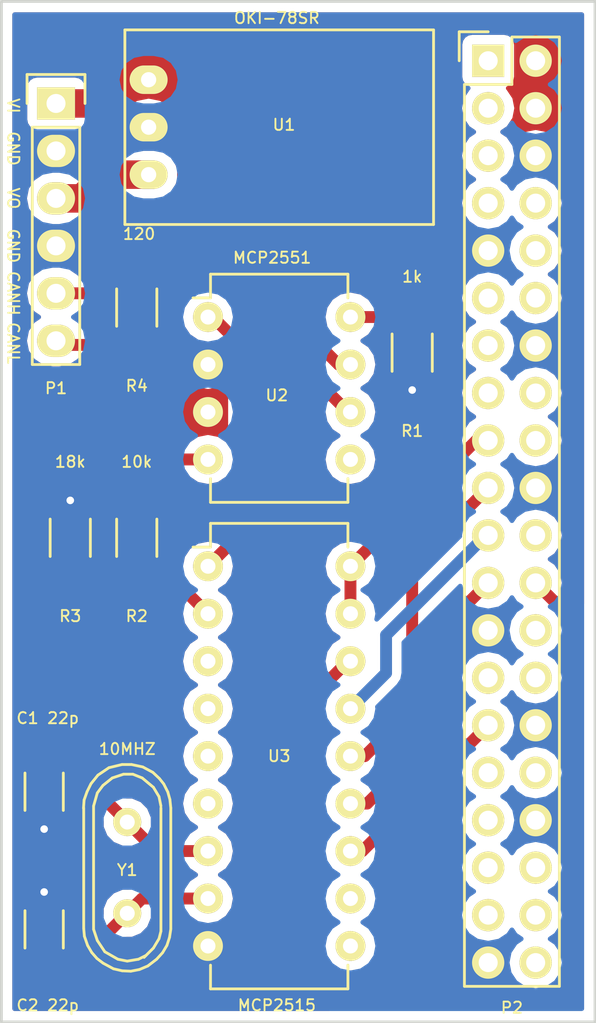
<source format=kicad_pcb>
(kicad_pcb (version 4) (host pcbnew 4.0.1-3.201512221402+6198~38~ubuntu14.04.1-stable)

  (general
    (links 41)
    (no_connects 0)
    (area 129.464999 90.094999 161.365001 144.855001)
    (thickness 1.6)
    (drawings 10)
    (tracks 72)
    (zones 0)
    (modules 12)
    (nets 38)
  )

  (page A4)
  (layers
    (0 F.Cu signal)
    (31 B.Cu signal)
    (32 B.Adhes user)
    (33 F.Adhes user)
    (34 B.Paste user)
    (35 F.Paste user)
    (36 B.SilkS user)
    (37 F.SilkS user)
    (38 B.Mask user)
    (39 F.Mask user)
    (40 Dwgs.User user)
    (41 Cmts.User user)
    (42 Eco1.User user)
    (43 Eco2.User user)
    (44 Edge.Cuts user)
    (45 Margin user)
    (46 B.CrtYd user)
    (47 F.CrtYd user)
    (48 B.Fab user)
    (49 F.Fab user)
  )

  (setup
    (last_trace_width 0.1524)
    (user_trace_width 0.254)
    (user_trace_width 0.381)
    (user_trace_width 0.508)
    (user_trace_width 0.635)
    (user_trace_width 0.762)
    (user_trace_width 1.016)
    (user_trace_width 1.27)
    (user_trace_width 1.524)
    (trace_clearance 0.1524)
    (zone_clearance 0.508)
    (zone_45_only yes)
    (trace_min 0.1524)
    (segment_width 0.2)
    (edge_width 0.15)
    (via_size 0.6858)
    (via_drill 0.3302)
    (via_min_size 0.6858)
    (via_min_drill 0.3302)
    (user_via 0.8128 0.4064)
    (user_via 1.016 0.508)
    (uvia_size 0.6858)
    (uvia_drill 0.3302)
    (uvias_allowed no)
    (uvia_min_size 0)
    (uvia_min_drill 0)
    (pcb_text_width 0.1)
    (pcb_text_size 0.6 0.6)
    (mod_edge_width 0.15)
    (mod_text_size 0.6 0.6)
    (mod_text_width 0.1)
    (pad_size 1.524 1.524)
    (pad_drill 0.762)
    (pad_to_mask_clearance 0.2)
    (aux_axis_origin 0 0)
    (visible_elements FFFFFF7F)
    (pcbplotparams
      (layerselection 0x010f0_80000001)
      (usegerberextensions true)
      (excludeedgelayer true)
      (linewidth 0.100000)
      (plotframeref false)
      (viasonmask false)
      (mode 1)
      (useauxorigin false)
      (hpglpennumber 1)
      (hpglpenspeed 20)
      (hpglpendiameter 15)
      (hpglpenoverlay 2)
      (psnegative false)
      (psa4output false)
      (plotreference true)
      (plotvalue true)
      (plotinvisibletext false)
      (padsonsilk false)
      (subtractmaskfromsilk false)
      (outputformat 1)
      (mirror false)
      (drillshape 0)
      (scaleselection 1)
      (outputdirectory gerber/))
  )

  (net 0 "")
  (net 1 "Net-(C1-Pad1)")
  (net 2 "Net-(C2-Pad1)")
  (net 3 "Net-(P1-Pad1)")
  (net 4 GND)
  (net 5 "Net-(P2-Pad1)")
  (net 6 VDD)
  (net 7 "Net-(P2-Pad3)")
  (net 8 "Net-(P2-Pad5)")
  (net 9 "Net-(P2-Pad7)")
  (net 10 "Net-(P2-Pad11)")
  (net 11 "Net-(P2-Pad12)")
  (net 12 "Net-(P2-Pad13)")
  (net 13 "Net-(P2-Pad15)")
  (net 14 "Net-(P2-Pad16)")
  (net 15 "Net-(P2-Pad17)")
  (net 16 "Net-(P2-Pad18)")
  (net 17 "Net-(P2-Pad19)")
  (net 18 "Net-(P2-Pad21)")
  (net 19 "Net-(P2-Pad22)")
  (net 20 "Net-(P2-Pad23)")
  (net 21 /CS)
  (net 22 "Net-(P2-Pad26)")
  (net 23 "Net-(P2-Pad29)")
  (net 24 "Net-(P2-Pad31)")
  (net 25 "Net-(P2-Pad32)")
  (net 26 "Net-(P2-Pad33)")
  (net 27 "Net-(P2-Pad35)")
  (net 28 "Net-(P2-Pad36)")
  (net 29 "Net-(P2-Pad37)")
  (net 30 "Net-(P2-Pad38)")
  (net 31 "Net-(P2-Pad40)")
  (net 32 "Net-(R1-Pad1)")
  (net 33 "Net-(R2-Pad1)")
  (net 34 "Net-(R2-Pad2)")
  (net 35 "Net-(U2-Pad1)")
  (net 36 "Net-(P1-Pad5)")
  (net 37 "Net-(P1-Pad6)")

  (net_class Default "This is the default net class."
    (clearance 0.1524)
    (trace_width 0.1524)
    (via_dia 0.6858)
    (via_drill 0.3302)
    (uvia_dia 0.6858)
    (uvia_drill 0.3302)
    (add_net /CS)
    (add_net GND)
    (add_net "Net-(C1-Pad1)")
    (add_net "Net-(C2-Pad1)")
    (add_net "Net-(P1-Pad1)")
    (add_net "Net-(P1-Pad5)")
    (add_net "Net-(P1-Pad6)")
    (add_net "Net-(P2-Pad1)")
    (add_net "Net-(P2-Pad11)")
    (add_net "Net-(P2-Pad12)")
    (add_net "Net-(P2-Pad13)")
    (add_net "Net-(P2-Pad15)")
    (add_net "Net-(P2-Pad16)")
    (add_net "Net-(P2-Pad17)")
    (add_net "Net-(P2-Pad18)")
    (add_net "Net-(P2-Pad19)")
    (add_net "Net-(P2-Pad21)")
    (add_net "Net-(P2-Pad22)")
    (add_net "Net-(P2-Pad23)")
    (add_net "Net-(P2-Pad26)")
    (add_net "Net-(P2-Pad29)")
    (add_net "Net-(P2-Pad3)")
    (add_net "Net-(P2-Pad31)")
    (add_net "Net-(P2-Pad32)")
    (add_net "Net-(P2-Pad33)")
    (add_net "Net-(P2-Pad35)")
    (add_net "Net-(P2-Pad36)")
    (add_net "Net-(P2-Pad37)")
    (add_net "Net-(P2-Pad38)")
    (add_net "Net-(P2-Pad40)")
    (add_net "Net-(P2-Pad5)")
    (add_net "Net-(P2-Pad7)")
    (add_net "Net-(R1-Pad1)")
    (add_net "Net-(R2-Pad1)")
    (add_net "Net-(R2-Pad2)")
    (add_net "Net-(U2-Pad1)")
    (add_net VDD)
  )

  (module Capacitors_SMD:C_1206_HandSoldering (layer F.Cu) (tedit 5692B921) (tstamp 56900138)
    (at 131.826 132.461 270)
    (descr "Capacitor SMD 1206, hand soldering")
    (tags "capacitor 1206")
    (path /568EA712)
    (attr smd)
    (fp_text reference C1 (at -3.937 0.889 360) (layer F.SilkS)
      (effects (font (size 0.6 0.6) (thickness 0.1)))
    )
    (fp_text value 22p (at -3.937 -1.016 360) (layer F.SilkS)
      (effects (font (size 0.6 0.6) (thickness 0.1)))
    )
    (fp_line (start -3.3 -1.15) (end 3.3 -1.15) (layer F.CrtYd) (width 0.05))
    (fp_line (start -3.3 1.15) (end 3.3 1.15) (layer F.CrtYd) (width 0.05))
    (fp_line (start -3.3 -1.15) (end -3.3 1.15) (layer F.CrtYd) (width 0.05))
    (fp_line (start 3.3 -1.15) (end 3.3 1.15) (layer F.CrtYd) (width 0.05))
    (fp_line (start 1 -1.025) (end -1 -1.025) (layer F.SilkS) (width 0.15))
    (fp_line (start -1 1.025) (end 1 1.025) (layer F.SilkS) (width 0.15))
    (pad 1 smd rect (at -2 0 270) (size 2 1.6) (layers F.Cu F.Paste F.Mask)
      (net 1 "Net-(C1-Pad1)"))
    (pad 2 smd rect (at 2 0 270) (size 2 1.6) (layers F.Cu F.Paste F.Mask)
      (net 4 GND))
    (model Capacitors_SMD.3dshapes/C_1206_HandSoldering.wrl
      (at (xyz 0 0 0))
      (scale (xyz 1 1 1))
      (rotate (xyz 0 0 0))
    )
  )

  (module Capacitors_SMD:C_1206_HandSoldering (layer F.Cu) (tedit 5692B937) (tstamp 5690013E)
    (at 131.826 139.827 90)
    (descr "Capacitor SMD 1206, hand soldering")
    (tags "capacitor 1206")
    (path /568EA73B)
    (attr smd)
    (fp_text reference C2 (at -4.064 -0.889 180) (layer F.SilkS)
      (effects (font (size 0.6 0.6) (thickness 0.1)))
    )
    (fp_text value 22p (at -4.064 1.016 180) (layer F.SilkS)
      (effects (font (size 0.6 0.6) (thickness 0.1)))
    )
    (fp_line (start -3.3 -1.15) (end 3.3 -1.15) (layer F.CrtYd) (width 0.05))
    (fp_line (start -3.3 1.15) (end 3.3 1.15) (layer F.CrtYd) (width 0.05))
    (fp_line (start -3.3 -1.15) (end -3.3 1.15) (layer F.CrtYd) (width 0.05))
    (fp_line (start 3.3 -1.15) (end 3.3 1.15) (layer F.CrtYd) (width 0.05))
    (fp_line (start 1 -1.025) (end -1 -1.025) (layer F.SilkS) (width 0.15))
    (fp_line (start -1 1.025) (end 1 1.025) (layer F.SilkS) (width 0.15))
    (pad 1 smd rect (at -2 0 90) (size 2 1.6) (layers F.Cu F.Paste F.Mask)
      (net 2 "Net-(C2-Pad1)"))
    (pad 2 smd rect (at 2 0 90) (size 2 1.6) (layers F.Cu F.Paste F.Mask)
      (net 4 GND))
    (model Capacitors_SMD.3dshapes/C_1206_HandSoldering.wrl
      (at (xyz 0 0 0))
      (scale (xyz 1 1 1))
      (rotate (xyz 0 0 0))
    )
  )

  (module Pin_Headers:Pin_Header_Straight_1x06 (layer F.Cu) (tedit 5692A0FF) (tstamp 56900148)
    (at 132.461 95.631)
    (descr "Through hole pin header")
    (tags "pin header")
    (path /568F136D)
    (fp_text reference P1 (at 0 15.24) (layer F.SilkS)
      (effects (font (size 0.6 0.6) (thickness 0.1)))
    )
    (fp_text value CONN (at 0 -2.54) (layer F.Fab)
      (effects (font (size 0.6 0.6) (thickness 0.1)))
    )
    (fp_line (start -1.75 -1.75) (end -1.75 14.45) (layer F.CrtYd) (width 0.05))
    (fp_line (start 1.75 -1.75) (end 1.75 14.45) (layer F.CrtYd) (width 0.05))
    (fp_line (start -1.75 -1.75) (end 1.75 -1.75) (layer F.CrtYd) (width 0.05))
    (fp_line (start -1.75 14.45) (end 1.75 14.45) (layer F.CrtYd) (width 0.05))
    (fp_line (start 1.27 1.27) (end 1.27 13.97) (layer F.SilkS) (width 0.15))
    (fp_line (start 1.27 13.97) (end -1.27 13.97) (layer F.SilkS) (width 0.15))
    (fp_line (start -1.27 13.97) (end -1.27 1.27) (layer F.SilkS) (width 0.15))
    (fp_line (start 1.55 -1.55) (end 1.55 0) (layer F.SilkS) (width 0.15))
    (fp_line (start 1.27 1.27) (end -1.27 1.27) (layer F.SilkS) (width 0.15))
    (fp_line (start -1.55 0) (end -1.55 -1.55) (layer F.SilkS) (width 0.15))
    (fp_line (start -1.55 -1.55) (end 1.55 -1.55) (layer F.SilkS) (width 0.15))
    (pad 1 thru_hole rect (at 0 0) (size 2.032 1.7272) (drill 1.016) (layers *.Cu *.Mask F.SilkS)
      (net 3 "Net-(P1-Pad1)"))
    (pad 2 thru_hole oval (at 0 2.54) (size 2.032 1.7272) (drill 1.016) (layers *.Cu *.Mask F.SilkS)
      (net 4 GND))
    (pad 3 thru_hole oval (at 0 5.08) (size 2.032 1.7272) (drill 1.016) (layers *.Cu *.Mask F.SilkS)
      (net 3 "Net-(P1-Pad1)"))
    (pad 4 thru_hole oval (at 0 7.62) (size 2.032 1.7272) (drill 1.016) (layers *.Cu *.Mask F.SilkS)
      (net 4 GND))
    (pad 5 thru_hole oval (at 0 10.16) (size 2.032 1.7272) (drill 1.016) (layers *.Cu *.Mask F.SilkS)
      (net 36 "Net-(P1-Pad5)"))
    (pad 6 thru_hole oval (at 0 12.7) (size 2.032 1.7272) (drill 1.016) (layers *.Cu *.Mask F.SilkS)
      (net 37 "Net-(P1-Pad6)"))
    (model Pin_Headers.3dshapes/Pin_Header_Straight_1x06.wrl
      (at (xyz 0 -0.25 0))
      (scale (xyz 1 1 1))
      (rotate (xyz 0 0 90))
    )
  )

  (module Pin_Headers:Pin_Header_Straight_2x20 (layer F.Cu) (tedit 5692BCE7) (tstamp 56900174)
    (at 155.575 93.345)
    (descr "Through hole pin header")
    (tags "pin header")
    (path /568EC4CA)
    (fp_text reference P2 (at 1.27 50.673 180) (layer F.SilkS)
      (effects (font (size 0.6 0.6) (thickness 0.1)))
    )
    (fp_text value RBPI_HEADER (at -2.413 44.831 90) (layer F.Fab)
      (effects (font (size 0.6 0.6) (thickness 0.1)))
    )
    (fp_line (start -1.75 -1.75) (end -1.75 50.05) (layer F.CrtYd) (width 0.05))
    (fp_line (start 4.3 -1.75) (end 4.3 50.05) (layer F.CrtYd) (width 0.05))
    (fp_line (start -1.75 -1.75) (end 4.3 -1.75) (layer F.CrtYd) (width 0.05))
    (fp_line (start -1.75 50.05) (end 4.3 50.05) (layer F.CrtYd) (width 0.05))
    (fp_line (start 3.81 49.53) (end 3.81 -1.27) (layer F.SilkS) (width 0.15))
    (fp_line (start -1.27 1.27) (end -1.27 49.53) (layer F.SilkS) (width 0.15))
    (fp_line (start 3.81 49.53) (end -1.27 49.53) (layer F.SilkS) (width 0.15))
    (fp_line (start 3.81 -1.27) (end 1.27 -1.27) (layer F.SilkS) (width 0.15))
    (fp_line (start 0 -1.55) (end -1.55 -1.55) (layer F.SilkS) (width 0.15))
    (fp_line (start 1.27 -1.27) (end 1.27 1.27) (layer F.SilkS) (width 0.15))
    (fp_line (start 1.27 1.27) (end -1.27 1.27) (layer F.SilkS) (width 0.15))
    (fp_line (start -1.55 -1.55) (end -1.55 0) (layer F.SilkS) (width 0.15))
    (pad 1 thru_hole rect (at 0 0) (size 1.7272 1.7272) (drill 1.016) (layers *.Cu *.Mask F.SilkS)
      (net 5 "Net-(P2-Pad1)"))
    (pad 2 thru_hole oval (at 2.54 0) (size 1.7272 1.7272) (drill 1.016) (layers *.Cu *.Mask F.SilkS)
      (net 6 VDD))
    (pad 3 thru_hole oval (at 0 2.54) (size 1.7272 1.7272) (drill 1.016) (layers *.Cu *.Mask F.SilkS)
      (net 7 "Net-(P2-Pad3)"))
    (pad 4 thru_hole oval (at 2.54 2.54) (size 1.7272 1.7272) (drill 1.016) (layers *.Cu *.Mask F.SilkS)
      (net 6 VDD))
    (pad 5 thru_hole oval (at 0 5.08) (size 1.7272 1.7272) (drill 1.016) (layers *.Cu *.Mask F.SilkS)
      (net 8 "Net-(P2-Pad5)"))
    (pad 6 thru_hole oval (at 2.54 5.08) (size 1.7272 1.7272) (drill 1.016) (layers *.Cu *.Mask F.SilkS)
      (net 4 GND))
    (pad 7 thru_hole oval (at 0 7.62) (size 1.7272 1.7272) (drill 1.016) (layers *.Cu *.Mask F.SilkS)
      (net 9 "Net-(P2-Pad7)"))
    (pad 8 thru_hole oval (at 2.54 7.62) (size 1.7272 1.7272) (drill 1.016) (layers *.Cu *.Mask F.SilkS))
    (pad 9 thru_hole oval (at 0 10.16) (size 1.7272 1.7272) (drill 1.016) (layers *.Cu *.Mask F.SilkS)
      (net 4 GND))
    (pad 10 thru_hole oval (at 2.54 10.16) (size 1.7272 1.7272) (drill 1.016) (layers *.Cu *.Mask F.SilkS))
    (pad 11 thru_hole oval (at 0 12.7) (size 1.7272 1.7272) (drill 1.016) (layers *.Cu *.Mask F.SilkS)
      (net 10 "Net-(P2-Pad11)"))
    (pad 12 thru_hole oval (at 2.54 12.7) (size 1.7272 1.7272) (drill 1.016) (layers *.Cu *.Mask F.SilkS)
      (net 11 "Net-(P2-Pad12)"))
    (pad 13 thru_hole oval (at 0 15.24) (size 1.7272 1.7272) (drill 1.016) (layers *.Cu *.Mask F.SilkS)
      (net 12 "Net-(P2-Pad13)"))
    (pad 14 thru_hole oval (at 2.54 15.24) (size 1.7272 1.7272) (drill 1.016) (layers *.Cu *.Mask F.SilkS)
      (net 4 GND))
    (pad 15 thru_hole oval (at 0 17.78) (size 1.7272 1.7272) (drill 1.016) (layers *.Cu *.Mask F.SilkS)
      (net 13 "Net-(P2-Pad15)"))
    (pad 16 thru_hole oval (at 2.54 17.78) (size 1.7272 1.7272) (drill 1.016) (layers *.Cu *.Mask F.SilkS)
      (net 14 "Net-(P2-Pad16)"))
    (pad 17 thru_hole oval (at 0 20.32) (size 1.7272 1.7272) (drill 1.016) (layers *.Cu *.Mask F.SilkS)
      (net 15 "Net-(P2-Pad17)"))
    (pad 18 thru_hole oval (at 2.54 20.32) (size 1.7272 1.7272) (drill 1.016) (layers *.Cu *.Mask F.SilkS)
      (net 16 "Net-(P2-Pad18)"))
    (pad 19 thru_hole oval (at 0 22.86) (size 1.7272 1.7272) (drill 1.016) (layers *.Cu *.Mask F.SilkS)
      (net 17 "Net-(P2-Pad19)"))
    (pad 20 thru_hole oval (at 2.54 22.86) (size 1.7272 1.7272) (drill 1.016) (layers *.Cu *.Mask F.SilkS)
      (net 4 GND))
    (pad 21 thru_hole oval (at 0 25.4) (size 1.7272 1.7272) (drill 1.016) (layers *.Cu *.Mask F.SilkS)
      (net 18 "Net-(P2-Pad21)"))
    (pad 22 thru_hole oval (at 2.54 25.4) (size 1.7272 1.7272) (drill 1.016) (layers *.Cu *.Mask F.SilkS)
      (net 19 "Net-(P2-Pad22)"))
    (pad 23 thru_hole oval (at 0 27.94) (size 1.7272 1.7272) (drill 1.016) (layers *.Cu *.Mask F.SilkS)
      (net 20 "Net-(P2-Pad23)"))
    (pad 24 thru_hole oval (at 2.54 27.94) (size 1.7272 1.7272) (drill 1.016) (layers *.Cu *.Mask F.SilkS)
      (net 21 /CS))
    (pad 25 thru_hole oval (at 0 30.48) (size 1.7272 1.7272) (drill 1.016) (layers *.Cu *.Mask F.SilkS)
      (net 4 GND))
    (pad 26 thru_hole oval (at 2.54 30.48) (size 1.7272 1.7272) (drill 1.016) (layers *.Cu *.Mask F.SilkS)
      (net 22 "Net-(P2-Pad26)"))
    (pad 27 thru_hole oval (at 0 33.02) (size 1.7272 1.7272) (drill 1.016) (layers *.Cu *.Mask F.SilkS))
    (pad 28 thru_hole oval (at 2.54 33.02) (size 1.7272 1.7272) (drill 1.016) (layers *.Cu *.Mask F.SilkS))
    (pad 29 thru_hole oval (at 0 35.56) (size 1.7272 1.7272) (drill 1.016) (layers *.Cu *.Mask F.SilkS)
      (net 23 "Net-(P2-Pad29)"))
    (pad 30 thru_hole oval (at 2.54 35.56) (size 1.7272 1.7272) (drill 1.016) (layers *.Cu *.Mask F.SilkS)
      (net 4 GND))
    (pad 31 thru_hole oval (at 0 38.1) (size 1.7272 1.7272) (drill 1.016) (layers *.Cu *.Mask F.SilkS)
      (net 24 "Net-(P2-Pad31)"))
    (pad 32 thru_hole oval (at 2.54 38.1) (size 1.7272 1.7272) (drill 1.016) (layers *.Cu *.Mask F.SilkS)
      (net 25 "Net-(P2-Pad32)"))
    (pad 33 thru_hole oval (at 0 40.64) (size 1.7272 1.7272) (drill 1.016) (layers *.Cu *.Mask F.SilkS)
      (net 26 "Net-(P2-Pad33)"))
    (pad 34 thru_hole oval (at 2.54 40.64) (size 1.7272 1.7272) (drill 1.016) (layers *.Cu *.Mask F.SilkS)
      (net 4 GND))
    (pad 35 thru_hole oval (at 0 43.18) (size 1.7272 1.7272) (drill 1.016) (layers *.Cu *.Mask F.SilkS)
      (net 27 "Net-(P2-Pad35)"))
    (pad 36 thru_hole oval (at 2.54 43.18) (size 1.7272 1.7272) (drill 1.016) (layers *.Cu *.Mask F.SilkS)
      (net 28 "Net-(P2-Pad36)"))
    (pad 37 thru_hole oval (at 0 45.72) (size 1.7272 1.7272) (drill 1.016) (layers *.Cu *.Mask F.SilkS)
      (net 29 "Net-(P2-Pad37)"))
    (pad 38 thru_hole oval (at 2.54 45.72) (size 1.7272 1.7272) (drill 1.016) (layers *.Cu *.Mask F.SilkS)
      (net 30 "Net-(P2-Pad38)"))
    (pad 39 thru_hole oval (at 0 48.26) (size 1.7272 1.7272) (drill 1.016) (layers *.Cu *.Mask F.SilkS)
      (net 4 GND))
    (pad 40 thru_hole oval (at 2.54 48.26) (size 1.7272 1.7272) (drill 1.016) (layers *.Cu *.Mask F.SilkS)
      (net 31 "Net-(P2-Pad40)"))
    (model Pin_Headers.3dshapes/Pin_Header_Straight_2x20.wrl
      (at (xyz 0.05 -0.95 0))
      (scale (xyz 1 1 1))
      (rotate (xyz 0 0 90))
    )
  )

  (module Resistors_SMD:R_1206_HandSoldering (layer F.Cu) (tedit 5692B95D) (tstamp 5690017A)
    (at 151.511 108.966 270)
    (descr "Resistor SMD 1206, hand soldering")
    (tags "resistor 1206")
    (path /568EA4A3)
    (attr smd)
    (fp_text reference R1 (at 4.191 0 360) (layer F.SilkS)
      (effects (font (size 0.6 0.6) (thickness 0.1)))
    )
    (fp_text value 1k (at -4.064 0 360) (layer F.SilkS)
      (effects (font (size 0.6 0.6) (thickness 0.1)))
    )
    (fp_line (start -3.3 -1.2) (end 3.3 -1.2) (layer F.CrtYd) (width 0.05))
    (fp_line (start -3.3 1.2) (end 3.3 1.2) (layer F.CrtYd) (width 0.05))
    (fp_line (start -3.3 -1.2) (end -3.3 1.2) (layer F.CrtYd) (width 0.05))
    (fp_line (start 3.3 -1.2) (end 3.3 1.2) (layer F.CrtYd) (width 0.05))
    (fp_line (start 1 1.075) (end -1 1.075) (layer F.SilkS) (width 0.15))
    (fp_line (start -1 -1.075) (end 1 -1.075) (layer F.SilkS) (width 0.15))
    (pad 1 smd rect (at -2 0 270) (size 2 1.7) (layers F.Cu F.Paste F.Mask)
      (net 32 "Net-(R1-Pad1)"))
    (pad 2 smd rect (at 2 0 270) (size 2 1.7) (layers F.Cu F.Paste F.Mask)
      (net 4 GND))
    (model Resistors_SMD.3dshapes/R_1206_HandSoldering.wrl
      (at (xyz 0 0 0))
      (scale (xyz 1 1 1))
      (rotate (xyz 0 0 0))
    )
  )

  (module Resistors_SMD:R_1206_HandSoldering (layer F.Cu) (tedit 5692B952) (tstamp 56900180)
    (at 136.779 118.872 270)
    (descr "Resistor SMD 1206, hand soldering")
    (tags "resistor 1206")
    (path /568EE503)
    (attr smd)
    (fp_text reference R2 (at 4.191 0 360) (layer F.SilkS)
      (effects (font (size 0.6 0.6) (thickness 0.1)))
    )
    (fp_text value 10k (at -4.064 0 360) (layer F.SilkS)
      (effects (font (size 0.6 0.6) (thickness 0.1)))
    )
    (fp_line (start -3.3 -1.2) (end 3.3 -1.2) (layer F.CrtYd) (width 0.05))
    (fp_line (start -3.3 1.2) (end 3.3 1.2) (layer F.CrtYd) (width 0.05))
    (fp_line (start -3.3 -1.2) (end -3.3 1.2) (layer F.CrtYd) (width 0.05))
    (fp_line (start 3.3 -1.2) (end 3.3 1.2) (layer F.CrtYd) (width 0.05))
    (fp_line (start 1 1.075) (end -1 1.075) (layer F.SilkS) (width 0.15))
    (fp_line (start -1 -1.075) (end 1 -1.075) (layer F.SilkS) (width 0.15))
    (pad 1 smd rect (at -2 0 270) (size 2 1.7) (layers F.Cu F.Paste F.Mask)
      (net 33 "Net-(R2-Pad1)"))
    (pad 2 smd rect (at 2 0 270) (size 2 1.7) (layers F.Cu F.Paste F.Mask)
      (net 34 "Net-(R2-Pad2)"))
    (model Resistors_SMD.3dshapes/R_1206_HandSoldering.wrl
      (at (xyz 0 0 0))
      (scale (xyz 1 1 1))
      (rotate (xyz 0 0 0))
    )
  )

  (module Resistors_SMD:R_1206_HandSoldering (layer F.Cu) (tedit 5692B94E) (tstamp 56900186)
    (at 133.223 118.872 90)
    (descr "Resistor SMD 1206, hand soldering")
    (tags "resistor 1206")
    (path /568EE588)
    (attr smd)
    (fp_text reference R3 (at -4.191 0 180) (layer F.SilkS)
      (effects (font (size 0.6 0.6) (thickness 0.1)))
    )
    (fp_text value 18k (at 4.064 0 180) (layer F.SilkS)
      (effects (font (size 0.6 0.6) (thickness 0.1)))
    )
    (fp_line (start -3.3 -1.2) (end 3.3 -1.2) (layer F.CrtYd) (width 0.05))
    (fp_line (start -3.3 1.2) (end 3.3 1.2) (layer F.CrtYd) (width 0.05))
    (fp_line (start -3.3 -1.2) (end -3.3 1.2) (layer F.CrtYd) (width 0.05))
    (fp_line (start 3.3 -1.2) (end 3.3 1.2) (layer F.CrtYd) (width 0.05))
    (fp_line (start 1 1.075) (end -1 1.075) (layer F.SilkS) (width 0.15))
    (fp_line (start -1 -1.075) (end 1 -1.075) (layer F.SilkS) (width 0.15))
    (pad 1 smd rect (at -2 0 90) (size 2 1.7) (layers F.Cu F.Paste F.Mask)
      (net 34 "Net-(R2-Pad2)"))
    (pad 2 smd rect (at 2 0 90) (size 2 1.7) (layers F.Cu F.Paste F.Mask)
      (net 4 GND))
    (model Resistors_SMD.3dshapes/R_1206_HandSoldering.wrl
      (at (xyz 0 0 0))
      (scale (xyz 1 1 1))
      (rotate (xyz 0 0 0))
    )
  )

  (module Resistors_SMD:R_1206_HandSoldering (layer F.Cu) (tedit 5692B958) (tstamp 5690018C)
    (at 136.779 106.553 270)
    (descr "Resistor SMD 1206, hand soldering")
    (tags "resistor 1206")
    (path /568FFABA)
    (attr smd)
    (fp_text reference R4 (at 4.191 0 360) (layer F.SilkS)
      (effects (font (size 0.6 0.6) (thickness 0.1)))
    )
    (fp_text value 120 (at -3.937 -0.127 360) (layer F.SilkS)
      (effects (font (size 0.6 0.6) (thickness 0.1)))
    )
    (fp_line (start -3.3 -1.2) (end 3.3 -1.2) (layer F.CrtYd) (width 0.05))
    (fp_line (start -3.3 1.2) (end 3.3 1.2) (layer F.CrtYd) (width 0.05))
    (fp_line (start -3.3 -1.2) (end -3.3 1.2) (layer F.CrtYd) (width 0.05))
    (fp_line (start 3.3 -1.2) (end 3.3 1.2) (layer F.CrtYd) (width 0.05))
    (fp_line (start 1 1.075) (end -1 1.075) (layer F.SilkS) (width 0.15))
    (fp_line (start -1 -1.075) (end 1 -1.075) (layer F.SilkS) (width 0.15))
    (pad 1 smd rect (at -2 0 270) (size 2 1.7) (layers F.Cu F.Paste F.Mask)
      (net 36 "Net-(P1-Pad5)"))
    (pad 2 smd rect (at 2 0 270) (size 2 1.7) (layers F.Cu F.Paste F.Mask)
      (net 37 "Net-(P1-Pad6)"))
    (model Resistors_SMD.3dshapes/R_1206_HandSoldering.wrl
      (at (xyz 0 0 0))
      (scale (xyz 1 1 1))
      (rotate (xyz 0 0 0))
    )
  )

  (module Housings_DIP:DIP-8_W7.62mm (layer F.Cu) (tedit 5692B97B) (tstamp 569001A3)
    (at 140.589 107.061)
    (descr "8-lead dip package, row spacing 7.62 mm (300 mils)")
    (tags "dil dip 2.54 300")
    (path /568EA0BF)
    (fp_text reference U2 (at 3.683 4.191) (layer F.SilkS)
      (effects (font (size 0.6 0.6) (thickness 0.1)))
    )
    (fp_text value MCP2551 (at 3.429 -3.175) (layer F.SilkS)
      (effects (font (size 0.6 0.6) (thickness 0.1)))
    )
    (fp_line (start -1.05 -2.45) (end -1.05 10.1) (layer F.CrtYd) (width 0.05))
    (fp_line (start 8.65 -2.45) (end 8.65 10.1) (layer F.CrtYd) (width 0.05))
    (fp_line (start -1.05 -2.45) (end 8.65 -2.45) (layer F.CrtYd) (width 0.05))
    (fp_line (start -1.05 10.1) (end 8.65 10.1) (layer F.CrtYd) (width 0.05))
    (fp_line (start 0.135 -2.295) (end 0.135 -1.025) (layer F.SilkS) (width 0.15))
    (fp_line (start 7.485 -2.295) (end 7.485 -1.025) (layer F.SilkS) (width 0.15))
    (fp_line (start 7.485 9.915) (end 7.485 8.645) (layer F.SilkS) (width 0.15))
    (fp_line (start 0.135 9.915) (end 0.135 8.645) (layer F.SilkS) (width 0.15))
    (fp_line (start 0.135 -2.295) (end 7.485 -2.295) (layer F.SilkS) (width 0.15))
    (fp_line (start 0.135 9.915) (end 7.485 9.915) (layer F.SilkS) (width 0.15))
    (fp_line (start 0.135 -1.025) (end -0.8 -1.025) (layer F.SilkS) (width 0.15))
    (pad 1 thru_hole oval (at 0 0) (size 1.6 1.6) (drill 0.8) (layers *.Cu *.Mask F.SilkS)
      (net 35 "Net-(U2-Pad1)"))
    (pad 2 thru_hole oval (at 0 2.54) (size 1.6 1.6) (drill 0.8) (layers *.Cu *.Mask F.SilkS)
      (net 4 GND))
    (pad 3 thru_hole oval (at 0 5.08) (size 1.6 1.6) (drill 0.8) (layers *.Cu *.Mask F.SilkS)
      (net 6 VDD))
    (pad 4 thru_hole oval (at 0 7.62) (size 1.6 1.6) (drill 0.8) (layers *.Cu *.Mask F.SilkS)
      (net 33 "Net-(R2-Pad1)"))
    (pad 5 thru_hole oval (at 7.62 7.62) (size 1.6 1.6) (drill 0.8) (layers *.Cu *.Mask F.SilkS))
    (pad 6 thru_hole oval (at 7.62 5.08) (size 1.6 1.6) (drill 0.8) (layers *.Cu *.Mask F.SilkS)
      (net 37 "Net-(P1-Pad6)"))
    (pad 7 thru_hole oval (at 7.62 2.54) (size 1.6 1.6) (drill 0.8) (layers *.Cu *.Mask F.SilkS)
      (net 36 "Net-(P1-Pad5)"))
    (pad 8 thru_hole oval (at 7.62 0) (size 1.6 1.6) (drill 0.8) (layers *.Cu *.Mask F.SilkS)
      (net 32 "Net-(R1-Pad1)"))
    (model Housings_DIP.3dshapes/DIP-8_W7.62mm.wrl
      (at (xyz 0 0 0))
      (scale (xyz 1 1 1))
      (rotate (xyz 0 0 0))
    )
  )

  (module Housings_DIP:DIP-18_W7.62mm (layer F.Cu) (tedit 5692B972) (tstamp 569001B9)
    (at 140.589 120.396)
    (descr "18-lead dip package, row spacing 7.62 mm (300 mils)")
    (tags "dil dip 2.54 300")
    (path /568EA2C8)
    (fp_text reference U3 (at 3.81 10.16) (layer F.SilkS)
      (effects (font (size 0.6 0.6) (thickness 0.1)))
    )
    (fp_text value MCP2515 (at 3.683 23.495) (layer F.SilkS)
      (effects (font (size 0.6 0.6) (thickness 0.1)))
    )
    (fp_line (start -1.05 -2.45) (end -1.05 22.8) (layer F.CrtYd) (width 0.05))
    (fp_line (start 8.65 -2.45) (end 8.65 22.8) (layer F.CrtYd) (width 0.05))
    (fp_line (start -1.05 -2.45) (end 8.65 -2.45) (layer F.CrtYd) (width 0.05))
    (fp_line (start -1.05 22.8) (end 8.65 22.8) (layer F.CrtYd) (width 0.05))
    (fp_line (start 0.135 -2.295) (end 0.135 -1.025) (layer F.SilkS) (width 0.15))
    (fp_line (start 7.485 -2.295) (end 7.485 -1.025) (layer F.SilkS) (width 0.15))
    (fp_line (start 7.485 22.615) (end 7.485 21.345) (layer F.SilkS) (width 0.15))
    (fp_line (start 0.135 22.615) (end 0.135 21.345) (layer F.SilkS) (width 0.15))
    (fp_line (start 0.135 -2.295) (end 7.485 -2.295) (layer F.SilkS) (width 0.15))
    (fp_line (start 0.135 22.615) (end 7.485 22.615) (layer F.SilkS) (width 0.15))
    (fp_line (start 0.135 -1.025) (end -0.8 -1.025) (layer F.SilkS) (width 0.15))
    (pad 1 thru_hole oval (at 0 0) (size 1.6 1.6) (drill 0.8) (layers *.Cu *.Mask F.SilkS)
      (net 35 "Net-(U2-Pad1)"))
    (pad 2 thru_hole oval (at 0 2.54) (size 1.6 1.6) (drill 0.8) (layers *.Cu *.Mask F.SilkS)
      (net 34 "Net-(R2-Pad2)"))
    (pad 3 thru_hole oval (at 0 5.08) (size 1.6 1.6) (drill 0.8) (layers *.Cu *.Mask F.SilkS))
    (pad 4 thru_hole oval (at 0 7.62) (size 1.6 1.6) (drill 0.8) (layers *.Cu *.Mask F.SilkS))
    (pad 5 thru_hole oval (at 0 10.16) (size 1.6 1.6) (drill 0.8) (layers *.Cu *.Mask F.SilkS))
    (pad 6 thru_hole oval (at 0 12.7) (size 1.6 1.6) (drill 0.8) (layers *.Cu *.Mask F.SilkS))
    (pad 7 thru_hole oval (at 0 15.24) (size 1.6 1.6) (drill 0.8) (layers *.Cu *.Mask F.SilkS)
      (net 1 "Net-(C1-Pad1)"))
    (pad 8 thru_hole oval (at 0 17.78) (size 1.6 1.6) (drill 0.8) (layers *.Cu *.Mask F.SilkS)
      (net 2 "Net-(C2-Pad1)"))
    (pad 9 thru_hole oval (at 0 20.32) (size 1.6 1.6) (drill 0.8) (layers *.Cu *.Mask F.SilkS)
      (net 4 GND))
    (pad 10 thru_hole oval (at 7.62 20.32) (size 1.6 1.6) (drill 0.8) (layers *.Cu *.Mask F.SilkS))
    (pad 11 thru_hole oval (at 7.62 17.78) (size 1.6 1.6) (drill 0.8) (layers *.Cu *.Mask F.SilkS))
    (pad 12 thru_hole oval (at 7.62 15.24) (size 1.6 1.6) (drill 0.8) (layers *.Cu *.Mask F.SilkS)
      (net 23 "Net-(P2-Pad29)"))
    (pad 13 thru_hole oval (at 7.62 12.7) (size 1.6 1.6) (drill 0.8) (layers *.Cu *.Mask F.SilkS)
      (net 20 "Net-(P2-Pad23)"))
    (pad 14 thru_hole oval (at 7.62 10.16) (size 1.6 1.6) (drill 0.8) (layers *.Cu *.Mask F.SilkS)
      (net 17 "Net-(P2-Pad19)"))
    (pad 15 thru_hole oval (at 7.62 7.62) (size 1.6 1.6) (drill 0.8) (layers *.Cu *.Mask F.SilkS)
      (net 18 "Net-(P2-Pad21)"))
    (pad 16 thru_hole oval (at 7.62 5.08) (size 1.6 1.6) (drill 0.8) (layers *.Cu *.Mask F.SilkS)
      (net 21 /CS))
    (pad 17 thru_hole oval (at 7.62 2.54) (size 1.6 1.6) (drill 0.8) (layers *.Cu *.Mask F.SilkS)
      (net 15 "Net-(P2-Pad17)"))
    (pad 18 thru_hole oval (at 7.62 0) (size 1.6 1.6) (drill 0.8) (layers *.Cu *.Mask F.SilkS)
      (net 15 "Net-(P2-Pad17)"))
    (model Housings_DIP.3dshapes/DIP-18_W7.62mm.wrl
      (at (xyz 0 0 0))
      (scale (xyz 1 1 1))
      (rotate (xyz 0 0 0))
    )
  )

  (module Crystals:Crystal_HC49-U_Vertical (layer F.Cu) (tedit 5692B96D) (tstamp 569001BF)
    (at 136.271 136.525 270)
    (descr "Crystal, Quarz, HC49/U, vertical, stehend,")
    (tags "Crystal, Quarz, HC49/U, vertical, stehend,")
    (path /568EA6A0)
    (fp_text reference Y1 (at 0.127 0 360) (layer F.SilkS)
      (effects (font (size 0.6 0.6) (thickness 0.1)))
    )
    (fp_text value 10MHZ (at -6.35 0 360) (layer F.SilkS)
      (effects (font (size 0.6 0.6) (thickness 0.1)))
    )
    (fp_line (start 4.699 -1.00076) (end 4.89966 -0.59944) (layer F.SilkS) (width 0.15))
    (fp_line (start 4.89966 -0.59944) (end 5.00126 0) (layer F.SilkS) (width 0.15))
    (fp_line (start 5.00126 0) (end 4.89966 0.50038) (layer F.SilkS) (width 0.15))
    (fp_line (start 4.89966 0.50038) (end 4.50088 1.19888) (layer F.SilkS) (width 0.15))
    (fp_line (start 4.50088 1.19888) (end 3.8989 1.6002) (layer F.SilkS) (width 0.15))
    (fp_line (start 3.8989 1.6002) (end 3.29946 1.80086) (layer F.SilkS) (width 0.15))
    (fp_line (start 3.29946 1.80086) (end -3.29946 1.80086) (layer F.SilkS) (width 0.15))
    (fp_line (start -3.29946 1.80086) (end -4.0005 1.6002) (layer F.SilkS) (width 0.15))
    (fp_line (start -4.0005 1.6002) (end -4.39928 1.30048) (layer F.SilkS) (width 0.15))
    (fp_line (start -4.39928 1.30048) (end -4.8006 0.8001) (layer F.SilkS) (width 0.15))
    (fp_line (start -4.8006 0.8001) (end -5.00126 0.20066) (layer F.SilkS) (width 0.15))
    (fp_line (start -5.00126 0.20066) (end -5.00126 -0.29972) (layer F.SilkS) (width 0.15))
    (fp_line (start -5.00126 -0.29972) (end -4.8006 -0.8001) (layer F.SilkS) (width 0.15))
    (fp_line (start -4.8006 -0.8001) (end -4.30022 -1.39954) (layer F.SilkS) (width 0.15))
    (fp_line (start -4.30022 -1.39954) (end -3.79984 -1.69926) (layer F.SilkS) (width 0.15))
    (fp_line (start -3.79984 -1.69926) (end -3.29946 -1.80086) (layer F.SilkS) (width 0.15))
    (fp_line (start -3.2004 -1.80086) (end 3.40106 -1.80086) (layer F.SilkS) (width 0.15))
    (fp_line (start 3.40106 -1.80086) (end 3.79984 -1.69926) (layer F.SilkS) (width 0.15))
    (fp_line (start 3.79984 -1.69926) (end 4.30022 -1.39954) (layer F.SilkS) (width 0.15))
    (fp_line (start 4.30022 -1.39954) (end 4.8006 -0.89916) (layer F.SilkS) (width 0.15))
    (fp_line (start -3.19024 -2.32918) (end -3.64998 -2.28092) (layer F.SilkS) (width 0.15))
    (fp_line (start -3.64998 -2.28092) (end -4.04876 -2.16916) (layer F.SilkS) (width 0.15))
    (fp_line (start -4.04876 -2.16916) (end -4.48056 -1.95072) (layer F.SilkS) (width 0.15))
    (fp_line (start -4.48056 -1.95072) (end -4.77012 -1.71958) (layer F.SilkS) (width 0.15))
    (fp_line (start -4.77012 -1.71958) (end -5.10032 -1.36906) (layer F.SilkS) (width 0.15))
    (fp_line (start -5.10032 -1.36906) (end -5.38988 -0.83058) (layer F.SilkS) (width 0.15))
    (fp_line (start -5.38988 -0.83058) (end -5.51942 -0.23114) (layer F.SilkS) (width 0.15))
    (fp_line (start -5.51942 -0.23114) (end -5.51942 0.2794) (layer F.SilkS) (width 0.15))
    (fp_line (start -5.51942 0.2794) (end -5.34924 0.98044) (layer F.SilkS) (width 0.15))
    (fp_line (start -5.34924 0.98044) (end -4.95046 1.56972) (layer F.SilkS) (width 0.15))
    (fp_line (start -4.95046 1.56972) (end -4.49072 1.94056) (layer F.SilkS) (width 0.15))
    (fp_line (start -4.49072 1.94056) (end -4.06908 2.14884) (layer F.SilkS) (width 0.15))
    (fp_line (start -4.06908 2.14884) (end -3.6195 2.30886) (layer F.SilkS) (width 0.15))
    (fp_line (start -3.6195 2.30886) (end -3.18008 2.33934) (layer F.SilkS) (width 0.15))
    (fp_line (start 4.16052 2.1209) (end 4.53898 1.89992) (layer F.SilkS) (width 0.15))
    (fp_line (start 4.53898 1.89992) (end 4.85902 1.62052) (layer F.SilkS) (width 0.15))
    (fp_line (start 4.85902 1.62052) (end 5.11048 1.29032) (layer F.SilkS) (width 0.15))
    (fp_line (start 5.11048 1.29032) (end 5.4102 0.73914) (layer F.SilkS) (width 0.15))
    (fp_line (start 5.4102 0.73914) (end 5.51942 0.26924) (layer F.SilkS) (width 0.15))
    (fp_line (start 5.51942 0.26924) (end 5.53974 -0.1905) (layer F.SilkS) (width 0.15))
    (fp_line (start 5.53974 -0.1905) (end 5.45084 -0.65024) (layer F.SilkS) (width 0.15))
    (fp_line (start 5.45084 -0.65024) (end 5.26034 -1.09982) (layer F.SilkS) (width 0.15))
    (fp_line (start 5.26034 -1.09982) (end 4.89966 -1.56972) (layer F.SilkS) (width 0.15))
    (fp_line (start 4.89966 -1.56972) (end 4.54914 -1.88976) (layer F.SilkS) (width 0.15))
    (fp_line (start 4.54914 -1.88976) (end 4.16052 -2.1209) (layer F.SilkS) (width 0.15))
    (fp_line (start 4.16052 -2.1209) (end 3.73126 -2.2606) (layer F.SilkS) (width 0.15))
    (fp_line (start 3.73126 -2.2606) (end 3.2893 -2.32918) (layer F.SilkS) (width 0.15))
    (fp_line (start -3.2004 2.32918) (end 3.2512 2.32918) (layer F.SilkS) (width 0.15))
    (fp_line (start 3.2512 2.32918) (end 3.6703 2.29108) (layer F.SilkS) (width 0.15))
    (fp_line (start 3.6703 2.29108) (end 4.16052 2.1209) (layer F.SilkS) (width 0.15))
    (fp_line (start -3.2004 -2.32918) (end 3.2512 -2.32918) (layer F.SilkS) (width 0.15))
    (pad 1 thru_hole circle (at -2.44094 0 270) (size 1.50114 1.50114) (drill 0.8001) (layers *.Cu *.Mask F.SilkS)
      (net 1 "Net-(C1-Pad1)"))
    (pad 2 thru_hole circle (at 2.44094 0 270) (size 1.50114 1.50114) (drill 0.8001) (layers *.Cu *.Mask F.SilkS)
      (net 2 "Net-(C2-Pad1)"))
  )

  (module footprints:OKI-78SR (layer F.Cu) (tedit 5692BC69) (tstamp 56900197)
    (at 144.399 104.521 180)
    (path /568F06D1)
    (fp_text reference U1 (at -0.254 7.747 180) (layer F.SilkS)
      (effects (font (size 0.6 0.6) (thickness 0.1)))
    )
    (fp_text value OKI-78SR (at 0.127 13.462 180) (layer F.SilkS)
      (effects (font (size 0.6 0.6) (thickness 0.1)))
    )
    (fp_line (start 8.255 2.413) (end 8.255 12.827) (layer F.SilkS) (width 0.15))
    (fp_line (start 8.255 12.827) (end -8.255 12.827) (layer F.SilkS) (width 0.15))
    (fp_line (start -8.255 12.827) (end -8.255 2.413) (layer F.SilkS) (width 0.15))
    (fp_line (start -8.255 2.413) (end 8.255 2.413) (layer F.SilkS) (width 0.15))
    (pad 3 thru_hole oval (at 6.985 10.16) (size 2.032 1.524) (drill 0.8128) (layers *.Cu *.Mask F.SilkS)
      (net 6 VDD))
    (pad 1 thru_hole oval (at 6.985 5.08) (size 2.032 1.524) (drill 0.8128) (layers *.Cu *.Mask F.SilkS)
      (net 3 "Net-(P1-Pad1)"))
    (pad 2 thru_hole oval (at 6.985 7.62) (size 2.032 1.524) (drill 0.8128) (layers *.Cu *.Mask F.SilkS)
      (net 4 GND))
  )

  (gr_text CANL (at 130.175 108.458 270) (layer F.SilkS)
    (effects (font (size 0.6 0.6) (thickness 0.1)))
  )
  (gr_text "CANH\n" (at 130.175 105.791 270) (layer F.SilkS)
    (effects (font (size 0.6 0.6) (thickness 0.1)))
  )
  (gr_text GND (at 130.175 103.251 270) (layer F.SilkS)
    (effects (font (size 0.6 0.6) (thickness 0.1)))
  )
  (gr_text VO (at 130.175 100.711 270) (layer F.SilkS)
    (effects (font (size 0.6 0.6) (thickness 0.1)))
  )
  (gr_text GND (at 130.175 98.044 270) (layer F.SilkS)
    (effects (font (size 0.6 0.6) (thickness 0.1)))
  )
  (gr_text VI (at 130.175 95.758 270) (layer F.SilkS)
    (effects (font (size 0.6 0.6) (thickness 0.1)))
  )
  (gr_line (start 129.54 90.17) (end 161.29 90.17) (angle 90) (layer Edge.Cuts) (width 0.15))
  (gr_line (start 129.54 144.78) (end 129.54 90.17) (angle 90) (layer Edge.Cuts) (width 0.15))
  (gr_line (start 161.29 144.78) (end 129.54 144.78) (angle 90) (layer Edge.Cuts) (width 0.15))
  (gr_line (start 161.29 90.17) (end 161.29 144.78) (angle 90) (layer Edge.Cuts) (width 0.15))

  (segment (start 131.826 130.461) (end 132.64794 130.461) (width 0.635) (layer F.Cu) (net 1))
  (segment (start 132.64794 130.461) (end 136.271 134.08406) (width 0.635) (layer F.Cu) (net 1) (tstamp 5691E354))
  (segment (start 140.589 135.636) (end 137.82294 135.636) (width 0.635) (layer F.Cu) (net 1))
  (segment (start 137.82294 135.636) (end 136.271 134.08406) (width 0.635) (layer F.Cu) (net 1) (tstamp 5691E350))
  (segment (start 131.826 141.827) (end 133.40994 141.827) (width 0.635) (layer F.Cu) (net 2))
  (segment (start 133.40994 141.827) (end 136.271 138.96594) (width 0.635) (layer F.Cu) (net 2) (tstamp 5691E35A))
  (segment (start 140.589 138.176) (end 137.06094 138.176) (width 0.635) (layer F.Cu) (net 2))
  (segment (start 137.06094 138.176) (end 136.271 138.96594) (width 0.635) (layer F.Cu) (net 2) (tstamp 5691E357))
  (segment (start 132.461 95.631) (end 134.493 95.631) (width 1.524) (layer F.Cu) (net 3))
  (segment (start 135.128 96.266) (end 135.128 99.441) (width 1.524) (layer F.Cu) (net 3) (tstamp 5691DCBF))
  (segment (start 134.493 95.631) (end 135.128 96.266) (width 1.524) (layer F.Cu) (net 3) (tstamp 5691DCBD))
  (segment (start 137.414 99.441) (end 135.128 99.441) (width 1.524) (layer F.Cu) (net 3))
  (segment (start 133.858 100.711) (end 132.461 100.711) (width 1.524) (layer F.Cu) (net 3) (tstamp 5691DCB0))
  (segment (start 135.128 99.441) (end 133.858 100.711) (width 1.524) (layer F.Cu) (net 3) (tstamp 5691DCA3))
  (via (at 151.511 110.966) (size 0.8128) (drill 0.4064) (layers F.Cu B.Cu) (net 4))
  (segment (start 151.511 110.966) (end 151.511 110.998) (width 0.635) (layer B.Cu) (net 4) (tstamp 5691E3D9))
  (via (at 131.826 137.827) (size 0.8128) (drill 0.4064) (layers F.Cu B.Cu) (net 4))
  (segment (start 131.826 137.827) (end 131.826 137.795) (width 0.635) (layer B.Cu) (net 4) (tstamp 5691E3C4))
  (via (at 131.826 134.461) (size 0.8128) (drill 0.4064) (layers F.Cu B.Cu) (net 4))
  (segment (start 131.826 134.461) (end 131.826 134.493) (width 0.635) (layer B.Cu) (net 4) (tstamp 5691E3BD))
  (via (at 133.223 116.872) (size 0.8128) (drill 0.4064) (layers F.Cu B.Cu) (net 4))
  (segment (start 133.223 116.872) (end 133.223 116.8654) (width 0.635) (layer B.Cu) (net 4) (tstamp 5691E38A))
  (segment (start 148.209 120.396) (end 148.209 122.936) (width 0.635) (layer F.Cu) (net 15))
  (segment (start 155.575 113.665) (end 154.94 113.665) (width 0.635) (layer F.Cu) (net 15))
  (segment (start 154.94 113.665) (end 148.209 120.396) (width 0.635) (layer F.Cu) (net 15) (tstamp 5691DD3B))
  (segment (start 148.209 130.556) (end 148.971 130.556) (width 0.635) (layer F.Cu) (net 17))
  (segment (start 148.971 130.556) (end 151.511 128.016) (width 0.635) (layer F.Cu) (net 17) (tstamp 5691DF38))
  (segment (start 151.511 128.016) (end 151.511 120.269) (width 0.635) (layer F.Cu) (net 17) (tstamp 5691DF3D))
  (segment (start 151.511 120.269) (end 155.575 116.205) (width 0.635) (layer F.Cu) (net 17) (tstamp 5691DF44))
  (segment (start 155.575 118.745) (end 155.448 118.745) (width 0.635) (layer B.Cu) (net 18))
  (segment (start 155.448 118.745) (end 150.114 124.079) (width 0.635) (layer B.Cu) (net 18) (tstamp 5691DEF6))
  (segment (start 150.114 124.079) (end 150.114 126.111) (width 0.635) (layer B.Cu) (net 18) (tstamp 5691DF01))
  (segment (start 150.114 126.111) (end 148.209 128.016) (width 0.635) (layer B.Cu) (net 18) (tstamp 5691DF17))
  (segment (start 148.209 133.096) (end 149.098 133.096) (width 0.635) (layer F.Cu) (net 20))
  (segment (start 152.908 123.952) (end 155.575 121.285) (width 0.635) (layer F.Cu) (net 20) (tstamp 5691DEA0))
  (segment (start 152.908 129.286) (end 152.908 123.952) (width 0.635) (layer F.Cu) (net 20) (tstamp 5691DE9B))
  (segment (start 149.098 133.096) (end 152.908 129.286) (width 0.635) (layer F.Cu) (net 20) (tstamp 5691DE93))
  (segment (start 148.209 125.476) (end 148.082 125.476) (width 0.635) (layer F.Cu) (net 21))
  (segment (start 148.082 125.476) (end 146.431 127.127) (width 0.635) (layer F.Cu) (net 21) (tstamp 5691E166))
  (segment (start 146.431 127.127) (end 146.431 142.113) (width 0.635) (layer F.Cu) (net 21) (tstamp 5691E168))
  (segment (start 148.209 125.476) (end 147.955 125.476) (width 0.635) (layer F.Cu) (net 21))
  (segment (start 146.431 142.113) (end 147.955 143.637) (width 0.635) (layer F.Cu) (net 21) (tstamp 5691E178))
  (segment (start 147.955 143.637) (end 159.131 143.637) (width 0.635) (layer F.Cu) (net 21) (tstamp 5691E09C))
  (segment (start 159.131 143.637) (end 160.02 142.748) (width 0.635) (layer F.Cu) (net 21) (tstamp 5691E0AD))
  (segment (start 160.02 142.748) (end 160.02 123.19) (width 0.635) (layer F.Cu) (net 21) (tstamp 5691E0C0))
  (segment (start 160.02 123.19) (end 158.115 121.285) (width 0.635) (layer F.Cu) (net 21) (tstamp 5691E0CE))
  (segment (start 148.209 135.636) (end 148.844 135.636) (width 0.635) (layer F.Cu) (net 23))
  (segment (start 148.844 135.636) (end 155.575 128.905) (width 0.635) (layer F.Cu) (net 23) (tstamp 5691DE2F))
  (segment (start 148.209 107.061) (end 151.416 107.061) (width 0.635) (layer F.Cu) (net 32))
  (segment (start 151.416 107.061) (end 151.511 106.966) (width 0.635) (layer F.Cu) (net 32) (tstamp 5691DD1C))
  (segment (start 140.589 114.681) (end 138.97 114.681) (width 0.635) (layer F.Cu) (net 33))
  (segment (start 138.97 114.681) (end 136.779 116.872) (width 0.635) (layer F.Cu) (net 33) (tstamp 5691DDC6))
  (segment (start 136.779 120.872) (end 138.525 120.872) (width 0.635) (layer F.Cu) (net 34))
  (segment (start 138.525 120.872) (end 140.589 122.936) (width 0.635) (layer F.Cu) (net 34) (tstamp 5691DDCC))
  (segment (start 136.779 120.872) (end 133.223 120.872) (width 0.635) (layer F.Cu) (net 34))
  (segment (start 140.589 107.061) (end 140.843 107.061) (width 0.635) (layer F.Cu) (net 35))
  (segment (start 140.843 107.061) (end 142.494 108.712) (width 0.635) (layer F.Cu) (net 35) (tstamp 5691E498))
  (segment (start 142.494 108.712) (end 142.494 118.491) (width 0.635) (layer F.Cu) (net 35) (tstamp 5691E49C))
  (segment (start 142.494 118.491) (end 140.589 120.396) (width 0.635) (layer F.Cu) (net 35) (tstamp 5691E4A5))
  (segment (start 136.779 104.553) (end 135.858 104.553) (width 0.635) (layer F.Cu) (net 36))
  (segment (start 134.62 105.791) (end 132.461 105.791) (width 0.635) (layer F.Cu) (net 36) (tstamp 5691DD2D))
  (segment (start 135.858 104.553) (end 134.62 105.791) (width 0.635) (layer F.Cu) (net 36) (tstamp 5691DD28))
  (segment (start 148.209 109.601) (end 147.574 109.601) (width 0.635) (layer F.Cu) (net 36))
  (segment (start 147.574 109.601) (end 141.986 104.013) (width 0.635) (layer F.Cu) (net 36) (tstamp 5691DD08))
  (segment (start 141.986 104.013) (end 137.319 104.013) (width 0.635) (layer F.Cu) (net 36) (tstamp 5691DD0D))
  (segment (start 137.319 104.013) (end 136.779 104.553) (width 0.635) (layer F.Cu) (net 36) (tstamp 5691DD16))
  (segment (start 136.779 108.553) (end 132.683 108.553) (width 0.635) (layer F.Cu) (net 37))
  (segment (start 132.683 108.553) (end 132.461 108.331) (width 0.635) (layer F.Cu) (net 37) (tstamp 5691DD30))
  (segment (start 148.209 112.141) (end 148.082 112.141) (width 0.635) (layer F.Cu) (net 37))
  (segment (start 148.082 112.141) (end 141.224 105.283) (width 0.635) (layer F.Cu) (net 37) (tstamp 5691DCE9))
  (segment (start 141.224 105.283) (end 140.049 105.283) (width 0.635) (layer F.Cu) (net 37) (tstamp 5691DCF2))
  (segment (start 140.049 105.283) (end 136.779 108.553) (width 0.635) (layer F.Cu) (net 37) (tstamp 5691DCFC))

  (zone (net 4) (net_name GND) (layer B.Cu) (tstamp 5691E35D) (hatch edge 0.508)
    (connect_pads yes (clearance 0.508))
    (min_thickness 0.254)
    (fill yes (arc_segments 16) (thermal_gap 0.508) (thermal_bridge_width 0.508))
    (polygon
      (pts
        (xy 161.29 90.17) (xy 161.29 144.78) (xy 129.54 144.78) (xy 129.54 90.17)
      )
    )
    (filled_polygon
      (pts
        (xy 160.58 144.07) (xy 130.25 144.07) (xy 130.25 139.240338) (xy 134.88519 139.240338) (xy 135.095686 139.749777)
        (xy 135.485113 140.139884) (xy 135.994184 140.351269) (xy 136.545398 140.35175) (xy 137.054837 140.141254) (xy 137.444944 139.751827)
        (xy 137.656329 139.242756) (xy 137.65681 138.691542) (xy 137.446314 138.182103) (xy 137.056887 137.791996) (xy 136.547816 137.580611)
        (xy 135.996602 137.58013) (xy 135.487163 137.790626) (xy 135.097056 138.180053) (xy 134.885671 138.689124) (xy 134.88519 139.240338)
        (xy 130.25 139.240338) (xy 130.25 134.358458) (xy 134.88519 134.358458) (xy 135.095686 134.867897) (xy 135.485113 135.258004)
        (xy 135.994184 135.469389) (xy 136.545398 135.46987) (xy 137.054837 135.259374) (xy 137.444944 134.869947) (xy 137.656329 134.360876)
        (xy 137.65681 133.809662) (xy 137.446314 133.300223) (xy 137.056887 132.910116) (xy 136.547816 132.698731) (xy 135.996602 132.69825)
        (xy 135.487163 132.908746) (xy 135.097056 133.298173) (xy 134.885671 133.807244) (xy 134.88519 134.358458) (xy 130.25 134.358458)
        (xy 130.25 120.396) (xy 139.125887 120.396) (xy 139.23512 120.945151) (xy 139.546189 121.410698) (xy 139.928275 121.666)
        (xy 139.546189 121.921302) (xy 139.23512 122.386849) (xy 139.125887 122.936) (xy 139.23512 123.485151) (xy 139.546189 123.950698)
        (xy 139.928275 124.206) (xy 139.546189 124.461302) (xy 139.23512 124.926849) (xy 139.125887 125.476) (xy 139.23512 126.025151)
        (xy 139.546189 126.490698) (xy 139.928275 126.746) (xy 139.546189 127.001302) (xy 139.23512 127.466849) (xy 139.125887 128.016)
        (xy 139.23512 128.565151) (xy 139.546189 129.030698) (xy 139.928275 129.286) (xy 139.546189 129.541302) (xy 139.23512 130.006849)
        (xy 139.125887 130.556) (xy 139.23512 131.105151) (xy 139.546189 131.570698) (xy 139.928275 131.826) (xy 139.546189 132.081302)
        (xy 139.23512 132.546849) (xy 139.125887 133.096) (xy 139.23512 133.645151) (xy 139.546189 134.110698) (xy 139.928275 134.366)
        (xy 139.546189 134.621302) (xy 139.23512 135.086849) (xy 139.125887 135.636) (xy 139.23512 136.185151) (xy 139.546189 136.650698)
        (xy 139.928275 136.906) (xy 139.546189 137.161302) (xy 139.23512 137.626849) (xy 139.125887 138.176) (xy 139.23512 138.725151)
        (xy 139.546189 139.190698) (xy 140.011736 139.501767) (xy 140.560887 139.611) (xy 140.617113 139.611) (xy 141.166264 139.501767)
        (xy 141.631811 139.190698) (xy 141.94288 138.725151) (xy 142.052113 138.176) (xy 141.94288 137.626849) (xy 141.631811 137.161302)
        (xy 141.249725 136.906) (xy 141.631811 136.650698) (xy 141.94288 136.185151) (xy 142.052113 135.636) (xy 141.94288 135.086849)
        (xy 141.631811 134.621302) (xy 141.249725 134.366) (xy 141.631811 134.110698) (xy 141.94288 133.645151) (xy 142.052113 133.096)
        (xy 141.94288 132.546849) (xy 141.631811 132.081302) (xy 141.249725 131.826) (xy 141.631811 131.570698) (xy 141.94288 131.105151)
        (xy 142.052113 130.556) (xy 141.94288 130.006849) (xy 141.631811 129.541302) (xy 141.249725 129.286) (xy 141.631811 129.030698)
        (xy 141.94288 128.565151) (xy 142.052113 128.016) (xy 141.94288 127.466849) (xy 141.631811 127.001302) (xy 141.249725 126.746)
        (xy 141.631811 126.490698) (xy 141.94288 126.025151) (xy 142.052113 125.476) (xy 141.94288 124.926849) (xy 141.631811 124.461302)
        (xy 141.249725 124.206) (xy 141.631811 123.950698) (xy 141.94288 123.485151) (xy 142.052113 122.936) (xy 141.94288 122.386849)
        (xy 141.631811 121.921302) (xy 141.249725 121.666) (xy 141.631811 121.410698) (xy 141.94288 120.945151) (xy 142.052113 120.396)
        (xy 146.745887 120.396) (xy 146.85512 120.945151) (xy 147.166189 121.410698) (xy 147.548275 121.666) (xy 147.166189 121.921302)
        (xy 146.85512 122.386849) (xy 146.745887 122.936) (xy 146.85512 123.485151) (xy 147.166189 123.950698) (xy 147.548275 124.206)
        (xy 147.166189 124.461302) (xy 146.85512 124.926849) (xy 146.745887 125.476) (xy 146.85512 126.025151) (xy 147.166189 126.490698)
        (xy 147.548275 126.746) (xy 147.166189 127.001302) (xy 146.85512 127.466849) (xy 146.745887 128.016) (xy 146.85512 128.565151)
        (xy 147.166189 129.030698) (xy 147.548275 129.286) (xy 147.166189 129.541302) (xy 146.85512 130.006849) (xy 146.745887 130.556)
        (xy 146.85512 131.105151) (xy 147.166189 131.570698) (xy 147.548275 131.826) (xy 147.166189 132.081302) (xy 146.85512 132.546849)
        (xy 146.745887 133.096) (xy 146.85512 133.645151) (xy 147.166189 134.110698) (xy 147.548275 134.366) (xy 147.166189 134.621302)
        (xy 146.85512 135.086849) (xy 146.745887 135.636) (xy 146.85512 136.185151) (xy 147.166189 136.650698) (xy 147.548275 136.906)
        (xy 147.166189 137.161302) (xy 146.85512 137.626849) (xy 146.745887 138.176) (xy 146.85512 138.725151) (xy 147.166189 139.190698)
        (xy 147.548275 139.446) (xy 147.166189 139.701302) (xy 146.85512 140.166849) (xy 146.745887 140.716) (xy 146.85512 141.265151)
        (xy 147.166189 141.730698) (xy 147.631736 142.041767) (xy 148.180887 142.151) (xy 148.237113 142.151) (xy 148.786264 142.041767)
        (xy 149.251811 141.730698) (xy 149.56288 141.265151) (xy 149.672113 140.716) (xy 149.56288 140.166849) (xy 149.251811 139.701302)
        (xy 148.869725 139.446) (xy 149.251811 139.190698) (xy 149.56288 138.725151) (xy 149.672113 138.176) (xy 149.56288 137.626849)
        (xy 149.251811 137.161302) (xy 148.869725 136.906) (xy 149.251811 136.650698) (xy 149.56288 136.185151) (xy 149.672113 135.636)
        (xy 149.56288 135.086849) (xy 149.251811 134.621302) (xy 148.869725 134.366) (xy 149.251811 134.110698) (xy 149.56288 133.645151)
        (xy 149.672113 133.096) (xy 149.56288 132.546849) (xy 149.251811 132.081302) (xy 148.869725 131.826) (xy 149.251811 131.570698)
        (xy 149.56288 131.105151) (xy 149.672113 130.556) (xy 149.56288 130.006849) (xy 149.251811 129.541302) (xy 148.869725 129.286)
        (xy 149.251811 129.030698) (xy 149.56288 128.565151) (xy 149.672113 128.016) (xy 149.652855 127.919183) (xy 150.787519 126.784519)
        (xy 150.993995 126.475506) (xy 151.0665 126.111) (xy 151.0665 124.473538) (xy 154.08155 121.458488) (xy 154.161115 121.858489)
        (xy 154.485971 122.34467) (xy 154.972152 122.669526) (xy 155.545641 122.7836) (xy 155.604359 122.7836) (xy 156.177848 122.669526)
        (xy 156.664029 122.34467) (xy 156.845 122.073828) (xy 157.025971 122.34467) (xy 157.340752 122.555) (xy 157.025971 122.76533)
        (xy 156.701115 123.251511) (xy 156.587041 123.825) (xy 156.701115 124.398489) (xy 157.025971 124.88467) (xy 157.340752 125.095)
        (xy 157.025971 125.30533) (xy 156.845 125.576172) (xy 156.664029 125.30533) (xy 156.177848 124.980474) (xy 155.604359 124.8664)
        (xy 155.545641 124.8664) (xy 154.972152 124.980474) (xy 154.485971 125.30533) (xy 154.161115 125.791511) (xy 154.047041 126.365)
        (xy 154.161115 126.938489) (xy 154.485971 127.42467) (xy 154.800752 127.635) (xy 154.485971 127.84533) (xy 154.161115 128.331511)
        (xy 154.047041 128.905) (xy 154.161115 129.478489) (xy 154.485971 129.96467) (xy 154.800752 130.175) (xy 154.485971 130.38533)
        (xy 154.161115 130.871511) (xy 154.047041 131.445) (xy 154.161115 132.018489) (xy 154.485971 132.50467) (xy 154.800752 132.715)
        (xy 154.485971 132.92533) (xy 154.161115 133.411511) (xy 154.047041 133.985) (xy 154.161115 134.558489) (xy 154.485971 135.04467)
        (xy 154.800752 135.255) (xy 154.485971 135.46533) (xy 154.161115 135.951511) (xy 154.047041 136.525) (xy 154.161115 137.098489)
        (xy 154.485971 137.58467) (xy 154.800752 137.795) (xy 154.485971 138.00533) (xy 154.161115 138.491511) (xy 154.047041 139.065)
        (xy 154.161115 139.638489) (xy 154.485971 140.12467) (xy 154.972152 140.449526) (xy 155.545641 140.5636) (xy 155.604359 140.5636)
        (xy 156.177848 140.449526) (xy 156.664029 140.12467) (xy 156.845 139.853828) (xy 157.025971 140.12467) (xy 157.340752 140.335)
        (xy 157.025971 140.54533) (xy 156.701115 141.031511) (xy 156.587041 141.605) (xy 156.701115 142.178489) (xy 157.025971 142.66467)
        (xy 157.512152 142.989526) (xy 158.085641 143.1036) (xy 158.144359 143.1036) (xy 158.717848 142.989526) (xy 159.204029 142.66467)
        (xy 159.528885 142.178489) (xy 159.642959 141.605) (xy 159.528885 141.031511) (xy 159.204029 140.54533) (xy 158.889248 140.335)
        (xy 159.204029 140.12467) (xy 159.528885 139.638489) (xy 159.642959 139.065) (xy 159.528885 138.491511) (xy 159.204029 138.00533)
        (xy 158.889248 137.795) (xy 159.204029 137.58467) (xy 159.528885 137.098489) (xy 159.642959 136.525) (xy 159.528885 135.951511)
        (xy 159.204029 135.46533) (xy 158.717848 135.140474) (xy 158.144359 135.0264) (xy 158.085641 135.0264) (xy 157.512152 135.140474)
        (xy 157.025971 135.46533) (xy 156.845 135.736172) (xy 156.664029 135.46533) (xy 156.349248 135.255) (xy 156.664029 135.04467)
        (xy 156.988885 134.558489) (xy 157.102959 133.985) (xy 156.988885 133.411511) (xy 156.664029 132.92533) (xy 156.349248 132.715)
        (xy 156.664029 132.50467) (xy 156.845 132.233828) (xy 157.025971 132.50467) (xy 157.512152 132.829526) (xy 158.085641 132.9436)
        (xy 158.144359 132.9436) (xy 158.717848 132.829526) (xy 159.204029 132.50467) (xy 159.528885 132.018489) (xy 159.642959 131.445)
        (xy 159.528885 130.871511) (xy 159.204029 130.38533) (xy 158.717848 130.060474) (xy 158.144359 129.9464) (xy 158.085641 129.9464)
        (xy 157.512152 130.060474) (xy 157.025971 130.38533) (xy 156.845 130.656172) (xy 156.664029 130.38533) (xy 156.349248 130.175)
        (xy 156.664029 129.96467) (xy 156.988885 129.478489) (xy 157.102959 128.905) (xy 156.988885 128.331511) (xy 156.664029 127.84533)
        (xy 156.349248 127.635) (xy 156.664029 127.42467) (xy 156.845 127.153828) (xy 157.025971 127.42467) (xy 157.512152 127.749526)
        (xy 158.085641 127.8636) (xy 158.144359 127.8636) (xy 158.717848 127.749526) (xy 159.204029 127.42467) (xy 159.528885 126.938489)
        (xy 159.642959 126.365) (xy 159.528885 125.791511) (xy 159.204029 125.30533) (xy 158.889248 125.095) (xy 159.204029 124.88467)
        (xy 159.528885 124.398489) (xy 159.642959 123.825) (xy 159.528885 123.251511) (xy 159.204029 122.76533) (xy 158.889248 122.555)
        (xy 159.204029 122.34467) (xy 159.528885 121.858489) (xy 159.642959 121.285) (xy 159.528885 120.711511) (xy 159.204029 120.22533)
        (xy 158.889248 120.015) (xy 159.204029 119.80467) (xy 159.528885 119.318489) (xy 159.642959 118.745) (xy 159.528885 118.171511)
        (xy 159.204029 117.68533) (xy 158.717848 117.360474) (xy 158.144359 117.2464) (xy 158.085641 117.2464) (xy 157.512152 117.360474)
        (xy 157.025971 117.68533) (xy 156.845 117.956172) (xy 156.664029 117.68533) (xy 156.349248 117.475) (xy 156.664029 117.26467)
        (xy 156.988885 116.778489) (xy 157.102959 116.205) (xy 156.988885 115.631511) (xy 156.664029 115.14533) (xy 156.349248 114.935)
        (xy 156.664029 114.72467) (xy 156.845 114.453828) (xy 157.025971 114.72467) (xy 157.512152 115.049526) (xy 158.085641 115.1636)
        (xy 158.144359 115.1636) (xy 158.717848 115.049526) (xy 159.204029 114.72467) (xy 159.528885 114.238489) (xy 159.642959 113.665)
        (xy 159.528885 113.091511) (xy 159.204029 112.60533) (xy 158.889248 112.395) (xy 159.204029 112.18467) (xy 159.528885 111.698489)
        (xy 159.642959 111.125) (xy 159.528885 110.551511) (xy 159.204029 110.06533) (xy 158.717848 109.740474) (xy 158.144359 109.6264)
        (xy 158.085641 109.6264) (xy 157.512152 109.740474) (xy 157.025971 110.06533) (xy 156.845 110.336172) (xy 156.664029 110.06533)
        (xy 156.349248 109.855) (xy 156.664029 109.64467) (xy 156.988885 109.158489) (xy 157.102959 108.585) (xy 156.988885 108.011511)
        (xy 156.664029 107.52533) (xy 156.349248 107.315) (xy 156.664029 107.10467) (xy 156.845 106.833828) (xy 157.025971 107.10467)
        (xy 157.512152 107.429526) (xy 158.085641 107.5436) (xy 158.144359 107.5436) (xy 158.717848 107.429526) (xy 159.204029 107.10467)
        (xy 159.528885 106.618489) (xy 159.642959 106.045) (xy 159.528885 105.471511) (xy 159.204029 104.98533) (xy 158.889248 104.775)
        (xy 159.204029 104.56467) (xy 159.528885 104.078489) (xy 159.642959 103.505) (xy 159.528885 102.931511) (xy 159.204029 102.44533)
        (xy 158.889248 102.235) (xy 159.204029 102.02467) (xy 159.528885 101.538489) (xy 159.642959 100.965) (xy 159.528885 100.391511)
        (xy 159.204029 99.90533) (xy 158.717848 99.580474) (xy 158.144359 99.4664) (xy 158.085641 99.4664) (xy 157.512152 99.580474)
        (xy 157.025971 99.90533) (xy 156.845 100.176172) (xy 156.664029 99.90533) (xy 156.349248 99.695) (xy 156.664029 99.48467)
        (xy 156.988885 98.998489) (xy 157.102959 98.425) (xy 156.988885 97.851511) (xy 156.664029 97.36533) (xy 156.349248 97.155)
        (xy 156.664029 96.94467) (xy 156.845 96.673828) (xy 157.025971 96.94467) (xy 157.512152 97.269526) (xy 158.085641 97.3836)
        (xy 158.144359 97.3836) (xy 158.717848 97.269526) (xy 159.204029 96.94467) (xy 159.528885 96.458489) (xy 159.642959 95.885)
        (xy 159.528885 95.311511) (xy 159.204029 94.82533) (xy 158.889248 94.615) (xy 159.204029 94.40467) (xy 159.528885 93.918489)
        (xy 159.642959 93.345) (xy 159.528885 92.771511) (xy 159.204029 92.28533) (xy 158.717848 91.960474) (xy 158.144359 91.8464)
        (xy 158.085641 91.8464) (xy 157.512152 91.960474) (xy 157.046558 92.271574) (xy 157.041762 92.246083) (xy 156.90269 92.029959)
        (xy 156.69049 91.884969) (xy 156.4386 91.83396) (xy 154.7114 91.83396) (xy 154.476083 91.878238) (xy 154.259959 92.01731)
        (xy 154.114969 92.22951) (xy 154.06396 92.4814) (xy 154.06396 94.2086) (xy 154.108238 94.443917) (xy 154.24731 94.660041)
        (xy 154.45951 94.805031) (xy 154.503131 94.813864) (xy 154.485971 94.82533) (xy 154.161115 95.311511) (xy 154.047041 95.885)
        (xy 154.161115 96.458489) (xy 154.485971 96.94467) (xy 154.800752 97.155) (xy 154.485971 97.36533) (xy 154.161115 97.851511)
        (xy 154.047041 98.425) (xy 154.161115 98.998489) (xy 154.485971 99.48467) (xy 154.800752 99.695) (xy 154.485971 99.90533)
        (xy 154.161115 100.391511) (xy 154.047041 100.965) (xy 154.161115 101.538489) (xy 154.485971 102.02467) (xy 154.972152 102.349526)
        (xy 155.545641 102.4636) (xy 155.604359 102.4636) (xy 156.177848 102.349526) (xy 156.664029 102.02467) (xy 156.845 101.753828)
        (xy 157.025971 102.02467) (xy 157.340752 102.235) (xy 157.025971 102.44533) (xy 156.701115 102.931511) (xy 156.587041 103.505)
        (xy 156.701115 104.078489) (xy 157.025971 104.56467) (xy 157.340752 104.775) (xy 157.025971 104.98533) (xy 156.845 105.256172)
        (xy 156.664029 104.98533) (xy 156.177848 104.660474) (xy 155.604359 104.5464) (xy 155.545641 104.5464) (xy 154.972152 104.660474)
        (xy 154.485971 104.98533) (xy 154.161115 105.471511) (xy 154.047041 106.045) (xy 154.161115 106.618489) (xy 154.485971 107.10467)
        (xy 154.800752 107.315) (xy 154.485971 107.52533) (xy 154.161115 108.011511) (xy 154.047041 108.585) (xy 154.161115 109.158489)
        (xy 154.485971 109.64467) (xy 154.800752 109.855) (xy 154.485971 110.06533) (xy 154.161115 110.551511) (xy 154.047041 111.125)
        (xy 154.161115 111.698489) (xy 154.485971 112.18467) (xy 154.800752 112.395) (xy 154.485971 112.60533) (xy 154.161115 113.091511)
        (xy 154.047041 113.665) (xy 154.161115 114.238489) (xy 154.485971 114.72467) (xy 154.800752 114.935) (xy 154.485971 115.14533)
        (xy 154.161115 115.631511) (xy 154.047041 116.205) (xy 154.161115 116.778489) (xy 154.485971 117.26467) (xy 154.800752 117.475)
        (xy 154.485971 117.68533) (xy 154.161115 118.171511) (xy 154.047041 118.745) (xy 154.055987 118.789975) (xy 149.613054 123.232908)
        (xy 149.672113 122.936) (xy 149.56288 122.386849) (xy 149.251811 121.921302) (xy 148.869725 121.666) (xy 149.251811 121.410698)
        (xy 149.56288 120.945151) (xy 149.672113 120.396) (xy 149.56288 119.846849) (xy 149.251811 119.381302) (xy 148.786264 119.070233)
        (xy 148.237113 118.961) (xy 148.180887 118.961) (xy 147.631736 119.070233) (xy 147.166189 119.381302) (xy 146.85512 119.846849)
        (xy 146.745887 120.396) (xy 142.052113 120.396) (xy 141.94288 119.846849) (xy 141.631811 119.381302) (xy 141.166264 119.070233)
        (xy 140.617113 118.961) (xy 140.560887 118.961) (xy 140.011736 119.070233) (xy 139.546189 119.381302) (xy 139.23512 119.846849)
        (xy 139.125887 120.396) (xy 130.25 120.396) (xy 130.25 112.141) (xy 139.125887 112.141) (xy 139.23512 112.690151)
        (xy 139.546189 113.155698) (xy 139.928275 113.411) (xy 139.546189 113.666302) (xy 139.23512 114.131849) (xy 139.125887 114.681)
        (xy 139.23512 115.230151) (xy 139.546189 115.695698) (xy 140.011736 116.006767) (xy 140.560887 116.116) (xy 140.617113 116.116)
        (xy 141.166264 116.006767) (xy 141.631811 115.695698) (xy 141.94288 115.230151) (xy 142.052113 114.681) (xy 141.94288 114.131849)
        (xy 141.631811 113.666302) (xy 141.249725 113.411) (xy 141.631811 113.155698) (xy 141.94288 112.690151) (xy 142.052113 112.141)
        (xy 141.94288 111.591849) (xy 141.631811 111.126302) (xy 141.166264 110.815233) (xy 140.617113 110.706) (xy 140.560887 110.706)
        (xy 140.011736 110.815233) (xy 139.546189 111.126302) (xy 139.23512 111.591849) (xy 139.125887 112.141) (xy 130.25 112.141)
        (xy 130.25 105.791) (xy 130.777655 105.791) (xy 130.891729 106.364489) (xy 131.216585 106.85067) (xy 131.531366 107.061)
        (xy 131.216585 107.27133) (xy 130.891729 107.757511) (xy 130.777655 108.331) (xy 130.891729 108.904489) (xy 131.216585 109.39067)
        (xy 131.702766 109.715526) (xy 132.276255 109.8296) (xy 132.645745 109.8296) (xy 133.219234 109.715526) (xy 133.705415 109.39067)
        (xy 134.030271 108.904489) (xy 134.144345 108.331) (xy 134.030271 107.757511) (xy 133.705415 107.27133) (xy 133.390634 107.061)
        (xy 139.125887 107.061) (xy 139.23512 107.610151) (xy 139.546189 108.075698) (xy 140.011736 108.386767) (xy 140.560887 108.496)
        (xy 140.617113 108.496) (xy 141.166264 108.386767) (xy 141.631811 108.075698) (xy 141.94288 107.610151) (xy 142.052113 107.061)
        (xy 146.745887 107.061) (xy 146.85512 107.610151) (xy 147.166189 108.075698) (xy 147.548275 108.331) (xy 147.166189 108.586302)
        (xy 146.85512 109.051849) (xy 146.745887 109.601) (xy 146.85512 110.150151) (xy 147.166189 110.615698) (xy 147.548275 110.871)
        (xy 147.166189 111.126302) (xy 146.85512 111.591849) (xy 146.745887 112.141) (xy 146.85512 112.690151) (xy 147.166189 113.155698)
        (xy 147.548275 113.411) (xy 147.166189 113.666302) (xy 146.85512 114.131849) (xy 146.745887 114.681) (xy 146.85512 115.230151)
        (xy 147.166189 115.695698) (xy 147.631736 116.006767) (xy 148.180887 116.116) (xy 148.237113 116.116) (xy 148.786264 116.006767)
        (xy 149.251811 115.695698) (xy 149.56288 115.230151) (xy 149.672113 114.681) (xy 149.56288 114.131849) (xy 149.251811 113.666302)
        (xy 148.869725 113.411) (xy 149.251811 113.155698) (xy 149.56288 112.690151) (xy 149.672113 112.141) (xy 149.56288 111.591849)
        (xy 149.251811 111.126302) (xy 148.869725 110.871) (xy 149.251811 110.615698) (xy 149.56288 110.150151) (xy 149.672113 109.601)
        (xy 149.56288 109.051849) (xy 149.251811 108.586302) (xy 148.869725 108.331) (xy 149.251811 108.075698) (xy 149.56288 107.610151)
        (xy 149.672113 107.061) (xy 149.56288 106.511849) (xy 149.251811 106.046302) (xy 148.786264 105.735233) (xy 148.237113 105.626)
        (xy 148.180887 105.626) (xy 147.631736 105.735233) (xy 147.166189 106.046302) (xy 146.85512 106.511849) (xy 146.745887 107.061)
        (xy 142.052113 107.061) (xy 141.94288 106.511849) (xy 141.631811 106.046302) (xy 141.166264 105.735233) (xy 140.617113 105.626)
        (xy 140.560887 105.626) (xy 140.011736 105.735233) (xy 139.546189 106.046302) (xy 139.23512 106.511849) (xy 139.125887 107.061)
        (xy 133.390634 107.061) (xy 133.705415 106.85067) (xy 134.030271 106.364489) (xy 134.144345 105.791) (xy 134.030271 105.217511)
        (xy 133.705415 104.73133) (xy 133.219234 104.406474) (xy 132.645745 104.2924) (xy 132.276255 104.2924) (xy 131.702766 104.406474)
        (xy 131.216585 104.73133) (xy 130.891729 105.217511) (xy 130.777655 105.791) (xy 130.25 105.791) (xy 130.25 100.711)
        (xy 130.777655 100.711) (xy 130.891729 101.284489) (xy 131.216585 101.77067) (xy 131.702766 102.095526) (xy 132.276255 102.2096)
        (xy 132.645745 102.2096) (xy 133.219234 102.095526) (xy 133.705415 101.77067) (xy 134.030271 101.284489) (xy 134.144345 100.711)
        (xy 134.030271 100.137511) (xy 133.705415 99.65133) (xy 133.390635 99.441) (xy 135.730655 99.441) (xy 135.836995 99.975609)
        (xy 136.139827 100.428828) (xy 136.593046 100.73166) (xy 137.127655 100.838) (xy 137.700345 100.838) (xy 138.234954 100.73166)
        (xy 138.688173 100.428828) (xy 138.991005 99.975609) (xy 139.097345 99.441) (xy 138.991005 98.906391) (xy 138.688173 98.453172)
        (xy 138.234954 98.15034) (xy 137.700345 98.044) (xy 137.127655 98.044) (xy 136.593046 98.15034) (xy 136.139827 98.453172)
        (xy 135.836995 98.906391) (xy 135.730655 99.441) (xy 133.390635 99.441) (xy 133.219234 99.326474) (xy 132.645745 99.2124)
        (xy 132.276255 99.2124) (xy 131.702766 99.326474) (xy 131.216585 99.65133) (xy 130.891729 100.137511) (xy 130.777655 100.711)
        (xy 130.25 100.711) (xy 130.25 94.7674) (xy 130.79756 94.7674) (xy 130.79756 96.4946) (xy 130.841838 96.729917)
        (xy 130.98091 96.946041) (xy 131.19311 97.091031) (xy 131.445 97.14204) (xy 133.477 97.14204) (xy 133.712317 97.097762)
        (xy 133.928441 96.95869) (xy 134.073431 96.74649) (xy 134.12444 96.4946) (xy 134.12444 94.7674) (xy 134.080162 94.532083)
        (xy 133.970074 94.361) (xy 135.730655 94.361) (xy 135.836995 94.895609) (xy 136.139827 95.348828) (xy 136.593046 95.65166)
        (xy 137.127655 95.758) (xy 137.700345 95.758) (xy 138.234954 95.65166) (xy 138.688173 95.348828) (xy 138.991005 94.895609)
        (xy 139.097345 94.361) (xy 138.991005 93.826391) (xy 138.688173 93.373172) (xy 138.234954 93.07034) (xy 137.700345 92.964)
        (xy 137.127655 92.964) (xy 136.593046 93.07034) (xy 136.139827 93.373172) (xy 135.836995 93.826391) (xy 135.730655 94.361)
        (xy 133.970074 94.361) (xy 133.94109 94.315959) (xy 133.72889 94.170969) (xy 133.477 94.11996) (xy 131.445 94.11996)
        (xy 131.209683 94.164238) (xy 130.993559 94.30331) (xy 130.848569 94.51551) (xy 130.79756 94.7674) (xy 130.25 94.7674)
        (xy 130.25 90.88) (xy 160.58 90.88)
      )
    )
  )
  (zone (net 6) (net_name VDD) (layer F.Cu) (tstamp 5691E415) (hatch edge 0.508)
    (connect_pads yes (clearance 0.508))
    (min_thickness 0.254)
    (fill yes (arc_segments 16) (thermal_gap 0.508) (thermal_bridge_width 0.508))
    (polygon
      (pts
        (xy 161.29 90.17) (xy 161.29 144.78) (xy 129.54 144.78) (xy 129.54 90.17)
      )
    )
    (filled_polygon
      (pts
        (xy 160.58 122.402962) (xy 159.612942 121.435904) (xy 159.642959 121.285) (xy 159.528885 120.711511) (xy 159.204029 120.22533)
        (xy 158.889248 120.015) (xy 159.204029 119.80467) (xy 159.528885 119.318489) (xy 159.642959 118.745) (xy 159.528885 118.171511)
        (xy 159.204029 117.68533) (xy 158.889248 117.475) (xy 159.204029 117.26467) (xy 159.528885 116.778489) (xy 159.642959 116.205)
        (xy 159.528885 115.631511) (xy 159.204029 115.14533) (xy 158.889248 114.935) (xy 159.204029 114.72467) (xy 159.528885 114.238489)
        (xy 159.642959 113.665) (xy 159.528885 113.091511) (xy 159.204029 112.60533) (xy 158.889248 112.395) (xy 159.204029 112.18467)
        (xy 159.528885 111.698489) (xy 159.642959 111.125) (xy 159.528885 110.551511) (xy 159.204029 110.06533) (xy 158.889248 109.855)
        (xy 159.204029 109.64467) (xy 159.528885 109.158489) (xy 159.642959 108.585) (xy 159.528885 108.011511) (xy 159.204029 107.52533)
        (xy 158.889248 107.315) (xy 159.204029 107.10467) (xy 159.528885 106.618489) (xy 159.642959 106.045) (xy 159.528885 105.471511)
        (xy 159.204029 104.98533) (xy 158.889248 104.775) (xy 159.204029 104.56467) (xy 159.528885 104.078489) (xy 159.642959 103.505)
        (xy 159.528885 102.931511) (xy 159.204029 102.44533) (xy 158.889248 102.235) (xy 159.204029 102.02467) (xy 159.528885 101.538489)
        (xy 159.642959 100.965) (xy 159.528885 100.391511) (xy 159.204029 99.90533) (xy 158.889248 99.695) (xy 159.204029 99.48467)
        (xy 159.528885 98.998489) (xy 159.642959 98.425) (xy 159.528885 97.851511) (xy 159.204029 97.36533) (xy 158.717848 97.040474)
        (xy 158.144359 96.9264) (xy 158.085641 96.9264) (xy 157.512152 97.040474) (xy 157.025971 97.36533) (xy 156.845 97.636172)
        (xy 156.664029 97.36533) (xy 156.349248 97.155) (xy 156.664029 96.94467) (xy 156.988885 96.458489) (xy 157.102959 95.885)
        (xy 156.988885 95.311511) (xy 156.664029 94.82533) (xy 156.650358 94.816195) (xy 156.673917 94.811762) (xy 156.890041 94.67269)
        (xy 157.035031 94.46049) (xy 157.08604 94.2086) (xy 157.08604 92.4814) (xy 157.041762 92.246083) (xy 156.90269 92.029959)
        (xy 156.69049 91.884969) (xy 156.4386 91.83396) (xy 154.7114 91.83396) (xy 154.476083 91.878238) (xy 154.259959 92.01731)
        (xy 154.114969 92.22951) (xy 154.06396 92.4814) (xy 154.06396 94.2086) (xy 154.108238 94.443917) (xy 154.24731 94.660041)
        (xy 154.45951 94.805031) (xy 154.503131 94.813864) (xy 154.485971 94.82533) (xy 154.161115 95.311511) (xy 154.047041 95.885)
        (xy 154.161115 96.458489) (xy 154.485971 96.94467) (xy 154.800752 97.155) (xy 154.485971 97.36533) (xy 154.161115 97.851511)
        (xy 154.047041 98.425) (xy 154.161115 98.998489) (xy 154.485971 99.48467) (xy 154.800752 99.695) (xy 154.485971 99.90533)
        (xy 154.161115 100.391511) (xy 154.047041 100.965) (xy 154.161115 101.538489) (xy 154.485971 102.02467) (xy 154.800752 102.235)
        (xy 154.485971 102.44533) (xy 154.161115 102.931511) (xy 154.047041 103.505) (xy 154.161115 104.078489) (xy 154.485971 104.56467)
        (xy 154.800752 104.775) (xy 154.485971 104.98533) (xy 154.161115 105.471511) (xy 154.047041 106.045) (xy 154.161115 106.618489)
        (xy 154.485971 107.10467) (xy 154.800752 107.315) (xy 154.485971 107.52533) (xy 154.161115 108.011511) (xy 154.047041 108.585)
        (xy 154.161115 109.158489) (xy 154.485971 109.64467) (xy 154.800752 109.855) (xy 154.485971 110.06533) (xy 154.161115 110.551511)
        (xy 154.047041 111.125) (xy 154.161115 111.698489) (xy 154.485971 112.18467) (xy 154.800752 112.395) (xy 154.485971 112.60533)
        (xy 154.161115 113.091511) (xy 154.15979 113.098171) (xy 148.287032 118.97093) (xy 148.237113 118.961) (xy 148.180887 118.961)
        (xy 147.631736 119.070233) (xy 147.166189 119.381302) (xy 146.85512 119.846849) (xy 146.745887 120.396) (xy 146.85512 120.945151)
        (xy 147.166189 121.410698) (xy 147.2565 121.471042) (xy 147.2565 121.860958) (xy 147.166189 121.921302) (xy 146.85512 122.386849)
        (xy 146.745887 122.936) (xy 146.85512 123.485151) (xy 147.166189 123.950698) (xy 147.548275 124.206) (xy 147.166189 124.461302)
        (xy 146.85512 124.926849) (xy 146.7486 125.462362) (xy 145.757481 126.453481) (xy 145.551005 126.762494) (xy 145.4785 127.127)
        (xy 145.4785 142.113) (xy 145.551005 142.477506) (xy 145.757481 142.786519) (xy 147.040961 144.07) (xy 130.25 144.07)
        (xy 130.25 136.827) (xy 130.37856 136.827) (xy 130.37856 138.827) (xy 130.422838 139.062317) (xy 130.56191 139.278441)
        (xy 130.77411 139.423431) (xy 131.026 139.47444) (xy 132.626 139.47444) (xy 132.861317 139.430162) (xy 133.077441 139.29109)
        (xy 133.222431 139.07889) (xy 133.27344 138.827) (xy 133.27344 136.827) (xy 133.229162 136.591683) (xy 133.09009 136.375559)
        (xy 132.87789 136.230569) (xy 132.626 136.17956) (xy 131.026 136.17956) (xy 130.790683 136.223838) (xy 130.574559 136.36291)
        (xy 130.429569 136.57511) (xy 130.37856 136.827) (xy 130.25 136.827) (xy 130.25 133.461) (xy 130.37856 133.461)
        (xy 130.37856 135.461) (xy 130.422838 135.696317) (xy 130.56191 135.912441) (xy 130.77411 136.057431) (xy 131.026 136.10844)
        (xy 132.626 136.10844) (xy 132.861317 136.064162) (xy 133.077441 135.92509) (xy 133.222431 135.71289) (xy 133.27344 135.461)
        (xy 133.27344 133.461) (xy 133.229162 133.225683) (xy 133.09009 133.009559) (xy 132.87789 132.864569) (xy 132.626 132.81356)
        (xy 131.026 132.81356) (xy 130.790683 132.857838) (xy 130.574559 132.99691) (xy 130.429569 133.20911) (xy 130.37856 133.461)
        (xy 130.25 133.461) (xy 130.25 129.461) (xy 130.37856 129.461) (xy 130.37856 131.461) (xy 130.422838 131.696317)
        (xy 130.56191 131.912441) (xy 130.77411 132.057431) (xy 131.026 132.10844) (xy 132.626 132.10844) (xy 132.861317 132.064162)
        (xy 132.887327 132.047425) (xy 134.885463 134.045561) (xy 134.88519 134.358458) (xy 135.095686 134.867897) (xy 135.485113 135.258004)
        (xy 135.994184 135.469389) (xy 136.309566 135.469664) (xy 137.149421 136.309519) (xy 137.458434 136.515995) (xy 137.82294 136.5885)
        (xy 139.50463 136.5885) (xy 139.546189 136.650698) (xy 139.928275 136.906) (xy 139.546189 137.161302) (xy 139.50463 137.2235)
        (xy 137.06094 137.2235) (xy 136.696434 137.296005) (xy 136.387421 137.502481) (xy 136.309499 137.580403) (xy 135.996602 137.58013)
        (xy 135.487163 137.790626) (xy 135.097056 138.180053) (xy 134.885671 138.689124) (xy 134.885396 139.004506) (xy 133.240098 140.649804)
        (xy 133.229162 140.591683) (xy 133.09009 140.375559) (xy 132.87789 140.230569) (xy 132.626 140.17956) (xy 131.026 140.17956)
        (xy 130.790683 140.223838) (xy 130.574559 140.36291) (xy 130.429569 140.57511) (xy 130.37856 140.827) (xy 130.37856 142.827)
        (xy 130.422838 143.062317) (xy 130.56191 143.278441) (xy 130.77411 143.423431) (xy 131.026 143.47444) (xy 132.626 143.47444)
        (xy 132.861317 143.430162) (xy 133.077441 143.29109) (xy 133.222431 143.07889) (xy 133.27344 142.827) (xy 133.27344 142.7795)
        (xy 133.40994 142.7795) (xy 133.774446 142.706995) (xy 134.083459 142.500519) (xy 136.232501 140.351477) (xy 136.545398 140.35175)
        (xy 137.054837 140.141254) (xy 137.444944 139.751827) (xy 137.656329 139.242756) (xy 137.656429 139.1285) (xy 139.50463 139.1285)
        (xy 139.546189 139.190698) (xy 139.928275 139.446) (xy 139.546189 139.701302) (xy 139.23512 140.166849) (xy 139.125887 140.716)
        (xy 139.23512 141.265151) (xy 139.546189 141.730698) (xy 140.011736 142.041767) (xy 140.560887 142.151) (xy 140.617113 142.151)
        (xy 141.166264 142.041767) (xy 141.631811 141.730698) (xy 141.94288 141.265151) (xy 142.052113 140.716) (xy 141.94288 140.166849)
        (xy 141.631811 139.701302) (xy 141.249725 139.446) (xy 141.631811 139.190698) (xy 141.94288 138.725151) (xy 142.052113 138.176)
        (xy 141.94288 137.626849) (xy 141.631811 137.161302) (xy 141.249725 136.906) (xy 141.631811 136.650698) (xy 141.94288 136.185151)
        (xy 142.052113 135.636) (xy 141.94288 135.086849) (xy 141.631811 134.621302) (xy 141.249725 134.366) (xy 141.631811 134.110698)
        (xy 141.94288 133.645151) (xy 142.052113 133.096) (xy 141.94288 132.546849) (xy 141.631811 132.081302) (xy 141.249725 131.826)
        (xy 141.631811 131.570698) (xy 141.94288 131.105151) (xy 142.052113 130.556) (xy 141.94288 130.006849) (xy 141.631811 129.541302)
        (xy 141.249725 129.286) (xy 141.631811 129.030698) (xy 141.94288 128.565151) (xy 142.052113 128.016) (xy 141.94288 127.466849)
        (xy 141.631811 127.001302) (xy 141.249725 126.746) (xy 141.631811 126.490698) (xy 141.94288 126.025151) (xy 142.052113 125.476)
        (xy 141.94288 124.926849) (xy 141.631811 124.461302) (xy 141.249725 124.206) (xy 141.631811 123.950698) (xy 141.94288 123.485151)
        (xy 142.052113 122.936) (xy 141.94288 122.386849) (xy 141.631811 121.921302) (xy 141.249725 121.666) (xy 141.631811 121.410698)
        (xy 141.94288 120.945151) (xy 142.052113 120.396) (xy 142.032855 120.299183) (xy 143.167519 119.164519) (xy 143.373995 118.855506)
        (xy 143.4465 118.491) (xy 143.4465 108.852538) (xy 146.7486 112.154638) (xy 146.85512 112.690151) (xy 147.166189 113.155698)
        (xy 147.548275 113.411) (xy 147.166189 113.666302) (xy 146.85512 114.131849) (xy 146.745887 114.681) (xy 146.85512 115.230151)
        (xy 147.166189 115.695698) (xy 147.631736 116.006767) (xy 148.180887 116.116) (xy 148.237113 116.116) (xy 148.786264 116.006767)
        (xy 149.251811 115.695698) (xy 149.56288 115.230151) (xy 149.672113 114.681) (xy 149.56288 114.131849) (xy 149.251811 113.666302)
        (xy 148.869725 113.411) (xy 149.251811 113.155698) (xy 149.56288 112.690151) (xy 149.672113 112.141) (xy 149.56288 111.591849)
        (xy 149.251811 111.126302) (xy 148.869725 110.871) (xy 149.251811 110.615698) (xy 149.56288 110.150151) (xy 149.599509 109.966)
        (xy 150.01356 109.966) (xy 150.01356 111.966) (xy 150.057838 112.201317) (xy 150.19691 112.417441) (xy 150.40911 112.562431)
        (xy 150.661 112.61344) (xy 152.361 112.61344) (xy 152.596317 112.569162) (xy 152.812441 112.43009) (xy 152.957431 112.21789)
        (xy 153.00844 111.966) (xy 153.00844 109.966) (xy 152.964162 109.730683) (xy 152.82509 109.514559) (xy 152.61289 109.369569)
        (xy 152.361 109.31856) (xy 150.661 109.31856) (xy 150.425683 109.362838) (xy 150.209559 109.50191) (xy 150.064569 109.71411)
        (xy 150.01356 109.966) (xy 149.599509 109.966) (xy 149.672113 109.601) (xy 149.56288 109.051849) (xy 149.251811 108.586302)
        (xy 148.869725 108.331) (xy 149.251811 108.075698) (xy 149.29337 108.0135) (xy 150.022498 108.0135) (xy 150.057838 108.201317)
        (xy 150.19691 108.417441) (xy 150.40911 108.562431) (xy 150.661 108.61344) (xy 152.361 108.61344) (xy 152.596317 108.569162)
        (xy 152.812441 108.43009) (xy 152.957431 108.21789) (xy 153.00844 107.966) (xy 153.00844 105.966) (xy 152.964162 105.730683)
        (xy 152.82509 105.514559) (xy 152.61289 105.369569) (xy 152.361 105.31856) (xy 150.661 105.31856) (xy 150.425683 105.362838)
        (xy 150.209559 105.50191) (xy 150.064569 105.71411) (xy 150.01356 105.966) (xy 150.01356 106.1085) (xy 149.29337 106.1085)
        (xy 149.251811 106.046302) (xy 148.786264 105.735233) (xy 148.237113 105.626) (xy 148.180887 105.626) (xy 147.631736 105.735233)
        (xy 147.166189 106.046302) (xy 146.85512 106.511849) (xy 146.745887 107.061) (xy 146.83648 107.516442) (xy 142.659519 103.339481)
        (xy 142.350506 103.133005) (xy 141.986 103.0605) (xy 138.032998 103.0605) (xy 137.88089 102.956569) (xy 137.629 102.90556)
        (xy 135.929 102.90556) (xy 135.693683 102.949838) (xy 135.477559 103.08891) (xy 135.332569 103.30111) (xy 135.28156 103.553)
        (xy 135.28156 103.814615) (xy 135.184481 103.879481) (xy 134.225462 104.8385) (xy 133.777024 104.8385) (xy 133.705415 104.73133)
        (xy 133.390634 104.521) (xy 133.705415 104.31067) (xy 134.030271 103.824489) (xy 134.144345 103.251) (xy 134.030271 102.677511)
        (xy 133.705415 102.19133) (xy 133.580703 102.108) (xy 133.858 102.108) (xy 134.392609 102.00166) (xy 134.845828 101.698828)
        (xy 135.706656 100.838) (xy 136.475732 100.838) (xy 136.477563 100.839834) (xy 137.084155 101.091713) (xy 137.740963 101.092286)
        (xy 138.347995 100.841466) (xy 138.812834 100.377437) (xy 139.064713 99.770845) (xy 139.065286 99.114037) (xy 138.814466 98.507005)
        (xy 138.471536 98.163476) (xy 138.613778 98.068433) (xy 138.97167 97.53281) (xy 139.097345 96.901) (xy 138.97167 96.26919)
        (xy 138.613778 95.733567) (xy 138.078155 95.375675) (xy 137.446345 95.25) (xy 137.381655 95.25) (xy 136.749845 95.375675)
        (xy 136.356564 95.638457) (xy 136.115828 95.278172) (xy 135.480828 94.643172) (xy 135.027609 94.34034) (xy 134.493 94.234)
        (xy 133.821139 94.234) (xy 133.72889 94.170969) (xy 133.477 94.11996) (xy 131.445 94.11996) (xy 131.209683 94.164238)
        (xy 130.993559 94.30331) (xy 130.848569 94.51551) (xy 130.79756 94.7674) (xy 130.79756 96.4946) (xy 130.841838 96.729917)
        (xy 130.98091 96.946041) (xy 131.19311 97.091031) (xy 131.234439 97.0994) (xy 131.216585 97.11133) (xy 130.891729 97.597511)
        (xy 130.777655 98.171) (xy 130.891729 98.744489) (xy 131.216585 99.23067) (xy 131.531366 99.441) (xy 131.216585 99.65133)
        (xy 130.891729 100.137511) (xy 130.777655 100.711) (xy 130.891729 101.284489) (xy 131.216585 101.77067) (xy 131.531366 101.981)
        (xy 131.216585 102.19133) (xy 130.891729 102.677511) (xy 130.777655 103.251) (xy 130.891729 103.824489) (xy 131.216585 104.31067)
        (xy 131.531366 104.521) (xy 131.216585 104.73133) (xy 130.891729 105.217511) (xy 130.777655 105.791) (xy 130.891729 106.364489)
        (xy 131.216585 106.85067) (xy 131.531366 107.061) (xy 131.216585 107.27133) (xy 130.891729 107.757511) (xy 130.777655 108.331)
        (xy 130.891729 108.904489) (xy 131.216585 109.39067) (xy 131.702766 109.715526) (xy 132.276255 109.8296) (xy 132.645745 109.8296)
        (xy 133.219234 109.715526) (xy 133.53356 109.5055) (xy 135.28156 109.5055) (xy 135.28156 109.553) (xy 135.325838 109.788317)
        (xy 135.46491 110.004441) (xy 135.67711 110.149431) (xy 135.929 110.20044) (xy 137.629 110.20044) (xy 137.864317 110.156162)
        (xy 138.080441 110.01709) (xy 138.225431 109.80489) (xy 138.27644 109.553) (xy 138.27644 108.402598) (xy 139.20754 107.471498)
        (xy 139.23512 107.610151) (xy 139.546189 108.075698) (xy 139.928275 108.331) (xy 139.546189 108.586302) (xy 139.23512 109.051849)
        (xy 139.125887 109.601) (xy 139.23512 110.150151) (xy 139.546189 110.615698) (xy 140.011736 110.926767) (xy 140.560887 111.036)
        (xy 140.617113 111.036) (xy 141.166264 110.926767) (xy 141.5415 110.676042) (xy 141.5415 113.605958) (xy 141.166264 113.355233)
        (xy 140.617113 113.246) (xy 140.560887 113.246) (xy 140.011736 113.355233) (xy 139.546189 113.666302) (xy 139.50463 113.7285)
        (xy 138.97 113.7285) (xy 138.605494 113.801005) (xy 138.296481 114.007481) (xy 137.079402 115.22456) (xy 135.929 115.22456)
        (xy 135.693683 115.268838) (xy 135.477559 115.40791) (xy 135.332569 115.62011) (xy 135.28156 115.872) (xy 135.28156 117.872)
        (xy 135.325838 118.107317) (xy 135.46491 118.323441) (xy 135.67711 118.468431) (xy 135.929 118.51944) (xy 137.629 118.51944)
        (xy 137.864317 118.475162) (xy 138.080441 118.33609) (xy 138.225431 118.12389) (xy 138.27644 117.872) (xy 138.27644 116.721598)
        (xy 139.364538 115.6335) (xy 139.50463 115.6335) (xy 139.546189 115.695698) (xy 140.011736 116.006767) (xy 140.560887 116.116)
        (xy 140.617113 116.116) (xy 141.166264 116.006767) (xy 141.5415 115.756042) (xy 141.5415 118.096462) (xy 140.667032 118.97093)
        (xy 140.617113 118.961) (xy 140.560887 118.961) (xy 140.011736 119.070233) (xy 139.546189 119.381302) (xy 139.23512 119.846849)
        (xy 139.169088 120.178816) (xy 138.889506 119.992005) (xy 138.525 119.9195) (xy 138.27644 119.9195) (xy 138.27644 119.872)
        (xy 138.232162 119.636683) (xy 138.09309 119.420559) (xy 137.88089 119.275569) (xy 137.629 119.22456) (xy 135.929 119.22456)
        (xy 135.693683 119.268838) (xy 135.477559 119.40791) (xy 135.332569 119.62011) (xy 135.28156 119.872) (xy 135.28156 119.9195)
        (xy 134.72044 119.9195) (xy 134.72044 119.872) (xy 134.676162 119.636683) (xy 134.53709 119.420559) (xy 134.32489 119.275569)
        (xy 134.073 119.22456) (xy 132.373 119.22456) (xy 132.137683 119.268838) (xy 131.921559 119.40791) (xy 131.776569 119.62011)
        (xy 131.72556 119.872) (xy 131.72556 121.872) (xy 131.769838 122.107317) (xy 131.90891 122.323441) (xy 132.12111 122.468431)
        (xy 132.373 122.51944) (xy 134.073 122.51944) (xy 134.308317 122.475162) (xy 134.524441 122.33609) (xy 134.669431 122.12389)
        (xy 134.72044 121.872) (xy 134.72044 121.8245) (xy 135.28156 121.8245) (xy 135.28156 121.872) (xy 135.325838 122.107317)
        (xy 135.46491 122.323441) (xy 135.67711 122.468431) (xy 135.929 122.51944) (xy 137.629 122.51944) (xy 137.864317 122.475162)
        (xy 138.080441 122.33609) (xy 138.225431 122.12389) (xy 138.259856 121.953894) (xy 139.145145 122.839183) (xy 139.125887 122.936)
        (xy 139.23512 123.485151) (xy 139.546189 123.950698) (xy 139.928275 124.206) (xy 139.546189 124.461302) (xy 139.23512 124.926849)
        (xy 139.125887 125.476) (xy 139.23512 126.025151) (xy 139.546189 126.490698) (xy 139.928275 126.746) (xy 139.546189 127.001302)
        (xy 139.23512 127.466849) (xy 139.125887 128.016) (xy 139.23512 128.565151) (xy 139.546189 129.030698) (xy 139.928275 129.286)
        (xy 139.546189 129.541302) (xy 139.23512 130.006849) (xy 139.125887 130.556) (xy 139.23512 131.105151) (xy 139.546189 131.570698)
        (xy 139.928275 131.826) (xy 139.546189 132.081302) (xy 139.23512 132.546849) (xy 139.125887 133.096) (xy 139.23512 133.645151)
        (xy 139.546189 134.110698) (xy 139.928275 134.366) (xy 139.546189 134.621302) (xy 139.50463 134.6835) (xy 138.217478 134.6835)
        (xy 137.656537 134.122559) (xy 137.65681 133.809662) (xy 137.446314 133.300223) (xy 137.056887 132.910116) (xy 136.547816 132.698731)
        (xy 136.232434 132.698456) (xy 133.321459 129.787481) (xy 133.27344 129.755396) (xy 133.27344 129.461) (xy 133.229162 129.225683)
        (xy 133.09009 129.009559) (xy 132.87789 128.864569) (xy 132.626 128.81356) (xy 131.026 128.81356) (xy 130.790683 128.857838)
        (xy 130.574559 128.99691) (xy 130.429569 129.20911) (xy 130.37856 129.461) (xy 130.25 129.461) (xy 130.25 115.872)
        (xy 131.72556 115.872) (xy 131.72556 117.872) (xy 131.769838 118.107317) (xy 131.90891 118.323441) (xy 132.12111 118.468431)
        (xy 132.373 118.51944) (xy 134.073 118.51944) (xy 134.308317 118.475162) (xy 134.524441 118.33609) (xy 134.669431 118.12389)
        (xy 134.72044 117.872) (xy 134.72044 115.872) (xy 134.676162 115.636683) (xy 134.53709 115.420559) (xy 134.32489 115.275569)
        (xy 134.073 115.22456) (xy 132.373 115.22456) (xy 132.137683 115.268838) (xy 131.921559 115.40791) (xy 131.776569 115.62011)
        (xy 131.72556 115.872) (xy 130.25 115.872) (xy 130.25 90.88) (xy 160.58 90.88)
      )
    )
  )
)

</source>
